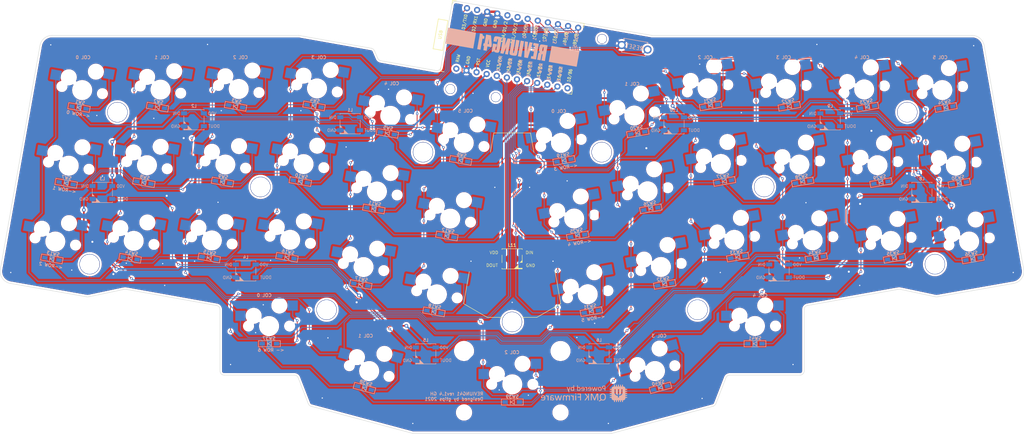
<source format=kicad_pcb>
(kicad_pcb (version 20211014) (generator pcbnew)
  (title_block (title "REVIUNG41") (date "2021-05-31") (rev "1.4"))
  (layers (0 "F.Cu" signal) (31 "B.Cu" signal) (34 "B.Paste" user) (35 "F.Paste" user) (36 "B.SilkS" user "B.Silkscreen") (37 "F.SilkS" user "F.Silkscreen") (38 "B.Mask" user) (39 "F.Mask" user) (44 "Edge.Cuts" user))
  (net 0 "")
  (net 1 "Net-(D1-Pad2)")
  (net 2 "row0")
  (net 3 "Net-(D2-Pad2)")
  (net 4 "Net-(D3-Pad2)")
  (net 5 "Net-(D4-Pad2)")
  (net 6 "Net-(D5-Pad2)")
  (net 7 "Net-(D6-Pad2)")
  (net 8 "row1")
  (net 9 "Net-(D7-Pad2)")
  (net 10 "Net-(D8-Pad2)")
  (net 11 "Net-(D9-Pad2)")
  (net 12 "Net-(D10-Pad2)")
  (net 13 "Net-(D11-Pad2)")
  (net 14 "Net-(D12-Pad2)")
  (net 15 "row2")
  (net 16 "Net-(D13-Pad2)")
  (net 17 "Net-(D14-Pad2)")
  (net 18 "Net-(D15-Pad2)")
  (net 19 "Net-(D16-Pad2)")
  (net 20 "Net-(D17-Pad2)")
  (net 21 "Net-(D18-Pad2)")
  (net 22 "row3")
  (net 23 "Net-(D19-Pad2)")
  (net 24 "Net-(D20-Pad2)")
  (net 25 "Net-(D21-Pad2)")
  (net 26 "Net-(D22-Pad2)")
  (net 27 "Net-(D23-Pad2)")
  (net 28 "Net-(D24-Pad2)")
  (net 29 "row4")
  (net 30 "Net-(D25-Pad2)")
  (net 31 "Net-(D26-Pad2)")
  (net 32 "Net-(D27-Pad2)")
  (net 33 "Net-(D28-Pad2)")
  (net 34 "Net-(D29-Pad2)")
  (net 35 "Net-(D30-Pad2)")
  (net 36 "row5")
  (net 37 "Net-(D31-Pad2)")
  (net 38 "Net-(D32-Pad2)")
  (net 39 "Net-(D33-Pad2)")
  (net 40 "Net-(D34-Pad2)")
  (net 41 "Net-(D35-Pad2)")
  (net 42 "Net-(D36-Pad2)")
  (net 43 "row6")
  (net 44 "Net-(D37-Pad2)")
  (net 45 "Net-(D38-Pad2)")
  (net 46 "Net-(D39-Pad2)")
  (net 47 "Net-(D40-Pad2)")
  (net 48 "Net-(D41-Pad2)")
  (net 49 "LED")
  (net 50 "VCC")
  (net 51 "GND")
  (net 52 "col0")
  (net 53 "col1")
  (net 54 "col2")
  (net 55 "col3")
  (net 56 "col4")
  (net 57 "col5")
  (net 58 "reset")
  (net 59 "Net-(L1-Pad2)")
  (net 60 "Net-(L2-Pad2)")
  (net 61 "Net-(L3-Pad2)")
  (net 62 "Net-(L4-Pad2)")
  (net 63 "Net-(L5-Pad2)")
  (net 64 "Net-(L6-Pad2)")
  (net 65 "Net-(L7-Pad2)")
  (net 66 "Net-(L8-Pad2)")
  (net 67 "Net-(L10-Pad4)")
  (net 68 "Net-(L10-Pad2)")
  (footprint "myfootprints:MXOnly-1U-Hotswap" (layer "F.Cu") (at 38.28 72.1 -10)
    (fp_text reference "SW1")
    (fp_text value "SW_PUSH")
  )
  (footprint "myfootprints:MXOnly-1U-Hotswap" (layer "F.Cu") (at 57.67 71.99 -10)
    (fp_text reference "SW2")
    (fp_text value "SW_PUSH")
  )
  (footprint "myfootprints:MXOnly-1U-Hotswap" (layer "F.Cu") (at 77.02 71.83 -10)
    (fp_text reference "SW3")
    (fp_text value "SW_PUSH")
  )
  (footprint "myfootprints:MXOnly-1U-Hotswap" (layer "F.Cu") (at 96.39 71.69 -10)
    (fp_text reference "SW4")
    (fp_text value "SW_PUSH")
  )
  (footprint "myfootprints:MXOnly-1U-Hotswap" (layer "F.Cu") (at 114.54 78.48 -10)
    (fp_text reference "SW5")
    (fp_text value "SW_PUSH")
  )
  (footprint "myfootprints:MXOnly-1U-Hotswap" (layer "F.Cu") (at 132.71 85.19 -10)
    (fp_text reference "SW6")
    (fp_text value "SW_PUSH")
  )
  (footprint "myfootprints:MXOnly-1U-Hotswap" (layer "F.Cu") (at 34.95 90.83 -10)
    (fp_text reference "SW7")
    (fp_text value "SW_PUSH")
  )
  (footprint "myfootprints:MXOnly-1U-Hotswap" (layer "F.Cu") (at 54.31 90.71 -10)
    (fp_text reference "SW8")
    (fp_text value "SW_PUSH")
  )
  (footprint "myfootprints:MXOnly-1U-Hotswap" (layer "F.Cu") (at 73.71 90.55 -10)
    (fp_text reference "SW9")
    (fp_text value "SW_PUSH")
  )
  (footprint "myfootprints:MXOnly-1U-Hotswap" (layer "F.Cu") (at 93.07 90.44 -10)
    (fp_text reference "SW10")
    (fp_text value "SW_PUSH")
  )
  (footprint "myfootprints:MXOnly-1U-Hotswap" (layer "F.Cu") (at 111.22 97.22 -10)
    (fp_text reference "SW11")
    (fp_text value "SW_PUSH")
  )
  (footprint "myfootprints:MXOnly-1U-Hotswap" (layer "F.Cu") (at 129.37 103.94 -10)
    (fp_text reference "SW12")
    (fp_text value "SW_PUSH")
  )
  (footprint "myfootprints:MXOnly-1U-Hotswap" (layer "F.Cu") (at 31.63 109.62 -10)
    (fp_text reference "SW13")
    (fp_text value "SW_PUSH")
  )
  (footprint "myfootprints:MXOnly-1U-Hotswap" (layer "F.Cu") (at 51.03 109.46 -10)
    (fp_text reference "SW14")
    (fp_text value "SW_PUSH")
  )
  (footprint "myfootprints:MXOnly-1U-Hotswap" (layer "F.Cu") (at 70.37 109.35 -10)
    (fp_text reference "SW15")
    (fp_text value "SW_PUSH")
  )
  (footprint "myfootprints:MXOnly-1U-Hotswap" (layer "F.Cu") (at 89.75462 109.198371 -10)
    (fp_text reference "SW16")
    (fp_text value "SW_PUSH")
  )
  (footprint "myfootprints:MXOnly-1U-Hotswap" (layer "F.Cu") (at 107.91 115.95 -10)
    (fp_text reference "SW17")
    (fp_text value "SW_PUSH")
  )
  (footprint "myfootprints:MXOnly-1U-Hotswap" (layer "F.Cu") (at 126.06 122.71 -10)
    (fp_text reference "SW18")
    (fp_text value "SW_PUSH")
  )
  (footprint "myfootprints:MXOnly-1U-Hotswap" (layer "F.Cu") (at 156.77 85.19 10)
    (fp_text reference "SW19")
    (fp_text value "SW_PUSH")
  )
  (footprint "myfootprints:MXOnly-1U-Hotswap" (layer "F.Cu") (at 174.92 78.41 10)
    (fp_text reference "SW20")
    (fp_text value "SW_PUSH")
  )
  (footprint "myfootprints:MXOnly-1U-Hotswap" (layer "F.Cu") (at 193.05 71.67 10)
    (fp_text reference "SW21")
    (fp_text value "SW_PUSH")
  )
  (footprint "myfootprints:MXOnly-1U-Hotswap" (layer "F.Cu") (at 212.44 71.81 10)
    (fp_text reference "SW22")
    (fp_text value "SW_PUSH")
  )
  (footprint "myfootprints:MXOnly-1U-Hotswap" (layer "F.Cu") (at 231.81 71.94 10)
    (fp_text reference "SW23")
    (fp_text value "SW_PUSH")
  )
  (footprint "myfootprints:MXOnly-1U-Hotswap" (layer "F.Cu") (at 251.15 72.1 10)
    (fp_text reference "SW24")
    (fp_text value "SW_PUSH")
  )
  (footprint "myfootprints:MXOnly-1U-Hotswap" (layer "F.Cu") (at 160.04 103.92 10)
    (fp_text reference "SW25")
    (fp_text value "SW_PUSH")
  )
  (footprint "myfootprints:MXOnly-1U-Hotswap" (layer "F.Cu") (at 178.21 97.18 10)
    (fp_text reference "SW26")
    (fp_text value "SW_PUSH")
  )
  (footprint "myfootprints:MXOnly-1U-Hotswap" (layer "F.Cu") (at 196.34 90.41 10)
    (fp_text reference "SW27")
    (fp_text value "SW_PUSH")
  )
  (footprint "myfootprints:MXOnly-1U-Hotswap" (layer "F.Cu") (at 215.77 90.55 10)
    (fp_text reference "SW28")
    (fp_text value "SW_PUSH")
  )
  (footprint "myfootprints:MXOnly-1U-Hotswap" (layer "F.Cu") (at 235.1 90.71 10)
    (fp_text reference "SW29")
    (fp_text value "SW_PUSH")
  )
  (footprint "myfootprints:MXOnly-1U-Hotswap" (layer "F.Cu") (at 254.49 90.83 10)
    (fp_text reference "SW30")
    (fp_text value "SW_PUSH")
  )
  (footprint "myfootprints:MXOnly-1U-Hotswap" (layer "F.Cu") (at 163.39 122.69 10)
    (fp_text reference "SW31")
    (fp_text value "SW_PUSH")
  )
  (footprint "myfootprints:MXOnly-1U-Hotswap" (layer "F.Cu") (at 181.52 115.93 10)
    (fp_text reference "SW32")
    (fp_text value "SW_PUSH")
  )
  (footprint "myfootprints:MXOnly-1U-Hotswap" (layer "F.Cu") (at 199.67 109.21 10)
    (fp_text reference "SW33")
    (fp_text value "SW_PUSH")
  )
  (footprint "myfootprints:MXOnly-1U-Hotswap" (layer "F.Cu") (at 219.06 109.32 10)
    (fp_text reference "SW34")
    (fp_text value "SW_PUSH")
  )
  (footprint "myfootprints:MXOnly-1U-Hotswap" (layer "F.Cu") (at 238.41 109.48 10)
    (fp_text reference "SW35")
    (fp_text value "SW_PUSH")
  )
  (footprint "myfootprints:MXOnly-1U-Hotswap" (layer "F.Cu") (at 257.78 109.62 10)
    (fp_text reference "SW36")
    (fp_text value "SW_PUSH")
  )
  (footprint "myfootprints:MXOnly-1U-Hotswap" (layer "F.Cu") (at 84.53 130.57)
    (fp_text reference "SW37")
    (fp_text value "SW_PUSH")
  )
  (footprint "myfootprints:MXOnly-1U-Hotswap" (layer "F.Cu") (at 109.302261 141.714882 -15)
    (fp_text reference "SW38")
    (fp_text value "SW_PUSH")
  )
  (footprint "myfootprints:MXOnly-2U-Hotswap-ReversedStabilizers" (layer "F.Cu") (at 144.72 145)
    (fp_text reference "SW39")
    (fp_text value "SW_2U_PUSH")
  )
  (footprint "myfootprints:MXOnly-1U-Hotswap" (layer "F.Cu") (at 180.03 141.71 15)
    (fp_text reference "SW40")
    (fp_text value "SW_PUSH")
  )
  (footprint "myfootprints:MXOnly-1U-Hotswap" (layer "F.Cu") (at 204.77 130.55)
    (fp_text reference "SW41")
    (fp_text value "SW_PUSH")
  )
  (footprint "_reviung-kbd:ProMicro" (layer "F.Cu") (at 146.45 61.82 80)
    (fp_text reference "U1" hide)
    (fp_text value "ProMicro" hide)
  )
  (footprint "_reviung-kbd:LED_WS2812B_PLCC4_5.0x5.0mm_P3.2mm" (layer "F.Cu") (at 144.67 113.92)
    (fp_text reference "L11")
    (fp_text value "WS2812B")
  )
  (footprint "myfootprints:HOLE" (layer "F.Cu") (at 47.01 77.59)
    (fp_text reference "H1")
    (fp_text value "H1")
  )
  (footprint "myfootprints:HOLE" (layer "F.Cu") (at 40.13 115.24)
    (fp_text reference "H2")
    (fp_text value "H2")
  )
  (footprint "myfootprints:HOLE" (layer "F.Cu") (at 82.4 96.1)
    (fp_text reference "H3")
    (fp_text value "H3")
  )
  (footprint "myfootprints:HOLE" (layer "F.Cu") (at 98.77 126.53)
    (fp_text reference "H4")
    (fp_text value "H4")
  )
  (footprint "myfootprints:HOLE" (layer "F.Cu") (at 144.66 129.53)
    (fp_text reference "H6")
    (fp_text value "H6")
  )
  (footprint "myfootprints:HOLE" (layer "F.Cu") (at 190.56 126.53)
    (fp_text reference "H8")
    (fp_text value "H8")
  )
  (footprint "myfootprints:HOLE" (layer "F.Cu") (at 207.05 96.09)
    (fp_text reference "H9")
    (fp_text value "H9")
  )
  (footprint "myfootprints:HOLE" (layer "F.Cu") (at 249.32 115.24)
    (fp_text reference "H10")
    (fp_text value "H10")
  )
  (footprint "myfootprints:HOLE" (layer "F.Cu") (at 242.47 77.58)
    (fp_text reference "H11")
    (fp_text value "H11")
  )
  (footprint "myfootprints:HOLE" (layer "F.Cu") (at 166.84 87.48)
    (fp_text reference "H7")
    (fp_text value "H7")
  )
  (footprint "myfootprints:HOLE" (layer "F.Cu") (at 122.62 87.48)
    (fp_text reference "H5")
    (fp_text value "H5")
  )
  (footprint "_reviung-kbd:HOLE_2.2mm" (layer "F.Cu") (at 166.93 59.42)
    (fp_text reference "H14")
    (fp_text value "H14")
  )
  (footprint "_reviung-kbd:HOLE_2.2mm" (layer "F.Cu") (at 140.63 73.86)
    (fp_text reference "H13")
    (fp_text value "H13")
  )
  (footprint "_reviung-kbd:HOLE_2.2mm" (layer "F.Cu") (at 129.39 71.86)
    (fp_text reference "H12")
    (fp_text value "H12")
  )
  (footprint "_reviung-kbd:D3_SMD_1side" (layer "B.Cu") (at 37.5 76.43 -10)
    (fp_text reference "D1" hide)
    (fp_text value "1N4148W" hide)
  )
  (footprint "_reviung-kbd:D3_SMD_1side" (layer "B.Cu") (at 56.92 76.32 -10)
    (fp_text reference "D2" hide)
    (fp_text value "1N4148W" hide)
  )
  (footprint "_reviung-kbd:D3_SMD_1side" (layer "B.Cu") (at 76.24 76.13 -10)
    (fp_text reference "D3" hide)
    (fp_text value "1N4148W" hide)
  )
  (footprint "_reviung-kbd:D3_SMD_1side" (layer "B.Cu") (at 95.65 76.03 -10)
    (fp_text reference "D4" hide)
    (fp_text value "1N4148W" hide)
  )
  (footprint "_reviung-kbd:D3_SMD_1side" (layer "B.Cu") (at 113.8 82.82 -10)
    (fp_text reference "D5" hide)
    (fp_text value "1N4148W" hide)
  )
  (footprint "_reviung-kbd:D3_SMD_1side" (layer "B.Cu") (at 131.94 89.52 -10)
    (fp_text reference "D6" hide)
    (fp_text value "1N4148W" hide)
  )
  (footprint "_reviung-kbd:D3_SMD_1side" (layer "B.Cu") (at 34.32 95.19 -10)
    (fp_text reference "D7" hide)
    (fp_text value "1N4148W" hide)
  )
  (footprint "_reviung-kbd:D3_SMD_1side" (layer "B.Cu") (at 53.55 95.04 -10)
    (fp_text reference "D8" hide)
    (fp_text value "1N4148W" hide)
  )
  (footprint "_reviung-kbd:D3_SMD_1side" (layer "B.Cu") (at 73.01 94.89 -10)
    (fp_text reference "D9" hide)
    (fp_text value "1N4148W" hide)
  )
  (footprint "_reviung-kbd:D3_SMD_1side" (layer "B.Cu") (at 92.27 94.77 -10)
    (fp_text reference "D10" hide)
    (fp_text value "1N4148W" hide)
  )
  (footprint "_reviung-kbd:D3_SMD_1side" (layer "B.Cu") (at 110.45 101.55 -10)
    (fp_text reference "D11" hide)
    (fp_text value "1N4148W" hide)
  )
  (footprint "_reviung-kbd:D3_SMD_1side" (layer "B.Cu") (at 128.53 108.25 -10)
    (fp_text reference "D12" hide)
    (fp_text value "1N4148W" hide)
  )
  (footprint "_reviung-kbd:D3_SMD_1side" (layer "B.Cu") (at 30.78 113.94 -10)
    (fp_text reference "D13" hide)
    (fp_text value "1N4148W" hide)
  )
  (footprint "_reviung-kbd:D3_SMD_1side" (layer "B.Cu") (at 50.14 113.77 -10)
    (fp_text reference "D14" hide)
    (fp_text value "1N4148W" hide)
  )
  (footprint "_reviung-kbd:D3_SMD_1side" (layer "B.Cu") (at 69.71 113.7 -10)
    (fp_text reference "D15" hide)
    (fp_text value "1N4148W" hide)
  )
  (footprint "_reviung-kbd:D3_SMD_1side" (layer "B.Cu") (at 88.96 113.53 -10)
    (fp_text reference "D16" hide)
    (fp_text value "1N4148W" hide)
  )
  (footprint "_reviung-kbd:D3_SMD_1side" (layer "B.Cu") (at 107.22 120.3 -10)
    (fp_text reference "D17" hide)
    (fp_text value "1N4148W" hide)
  )
  (footprint "_reviung-kbd:D3_SMD_1side" (layer "B.Cu") (at 125.33 127.04 -10)
    (fp_text reference "D18" hide)
    (fp_text value "1N4148W" hide)
  )
  (footprint "_reviung-kbd:D3_SMD_1side" (layer "B.Cu") (at 157.53 89.53 10)
    (fp_text reference "D19" hide)
    (fp_text value "1N4148W" hide)
  )
  (footprint "_reviung-kbd:D3_SMD_1side" (layer "B.Cu") (at 175.78 82.71 10)
    (fp_text reference "D20" hide)
    (fp_text value "1N4148W" hide)
  )
  (footprint "_reviung-kbd:D3_SMD_1side" (layer "B.Cu") (at 193.8 76.01 10)
    (fp_text reference "D21" hide)
    (fp_text value "1N4148W" hide)
  )
  (footprint "_reviung-kbd:D3_SMD_1side" (layer "B.Cu") (at 213.28 76.11 10)
    (fp_text reference "D22" hide)
    (fp_text value "1N4148W" hide)
  )
  (footprint "_reviung-kbd:D3_SMD_1side" (layer "B.Cu") (at 232.63 76.31 10)
    (fp_text reference "D23" hide)
    (fp_text value "1N4148W" hide)
  )
  (footprint "_reviung-kbd:D3_SMD_1side" (layer "B.Cu") (at 252.04 76.41 10)
    (fp_text reference "D24" hide)
    (fp_text value "1N4148W" hide)
  )
  (footprint "_reviung-kbd:D3_SMD_1side" (layer "B.Cu") (at 160.91 108.21 10)
    (fp_text reference "D25" hide)
    (fp_text value "1N4148W" hide)
  )
  (footprint "_reviung-kbd:D3_SMD_1side" (layer "B.Cu") (at 179 101.52 10)
    (fp_text reference "D26" hide)
    (fp_text value "1N4148W" hide)
  )
  (footprint "_reviung-kbd:D3_SMD_1side" (layer "B.Cu") (at 197.22 94.73 10)
    (fp_text reference "D27" hide)
    (fp_text value "1N4148W" hide)
  )
  (footprint "_reviung-kbd:D3_SMD_1side" (layer "B.Cu") (at 216.59 94.86 10)
    (fp_text reference "D28" hide)
    (fp_text value "1N4148W" hide)
  )
  (footprint "_reviung-kbd:D3_SMD_1side" (layer "B.Cu") (at 235.97 95.03 10)
    (fp_text reference "D29" hide)
    (fp_text value "1N4148W" hide)
  )
  (footprint "_reviung-kbd:D3_SMD_1side" (layer "B.Cu") (at 255.35 95.16 10)
    (fp_text reference "D30" hide)
    (fp_text value "1N4148W" hide)
  )
  (footprint "_reviung-kbd:D3_SMD_1side" (layer "B.Cu") (at 164.29 126.99 10)
    (fp_text reference "D31" hide)
    (fp_text value "1N4148W" hide)
  )
  (footprint "_reviung-kbd:D3_SMD_1side" (layer "B.Cu") (at 182.44 120.24 10)
    (fp_text reference "D32" hide)
    (fp_text value "1N4148W" hide)
  )
  (footprint "_reviung-kbd:D3_SMD_1side" (layer "B.Cu") (at 200.53 113.48 10)
    (fp_text reference "D33" hide)
    (fp_text value "1N4148W" hide)
  )
  (footprint "_reviung-kbd:D3_SMD_1side" (layer "B.Cu") (at 219.94 113.64 10)
    (fp_text reference "D34" hide)
    (fp_text value "1N4148W" hide)
  )
  (footprint "_reviung-kbd:D3_SMD_1side" (layer "B.Cu") (at 239.32 113.78 10)
    (fp_text reference "D35" hide)
    (fp_text value "1N4148W" hide)
  )
  (footprint "_reviung-kbd:D3_SMD_1side" (layer "B.Cu") (at 258.73 113.94 10)
    (fp_text reference "D36" hide)
    (fp_text value "1N4148W" hide)
  )
  (footprint "_reviung-kbd:D3_SMD_1side" (layer "B.Cu") (at 84.61 134.94)
    (fp_text reference "D37" hide)
    (fp_text value "1N4148W" hide)
  )
  (footprint "_reviung-kbd:D3_SMD_1side" (layer "B.Cu") (at 108.14 145.94 -15)
    (fp_text reference "D38" hide)
    (fp_text value "1N4148W" hide)
  )
  (footprint "_reviung-kbd:D3_SMD_1side" (layer "B.Cu") (at 144.73 149.39)
    (fp_text reference "D39" hide)
    (fp_text value "1N4148W" hide)
  )
  (footprint "_reviung-kbd:D3_SMD_1side" (layer "B.Cu") (at 181.39 145.86 15)
    (fp_text reference "D40" hide)
    (fp_text value "1N4148W" hide)
  )
  (footprint "_reviung-kbd:D3_SMD_1side" (layer "B.Cu") (at 204.78 134.95)
    (fp_text reference "D41" hide)
    (fp_text value "1N4148W" hide)
  )
  (footprint "_reviung-kbd:ResetSW_1side" (layer "B.Cu") (at 175 61.5 -10)
    (fp_text reference "RESET1" hide)
    (fp_text value "SW_PUSH" hide)
  )
  (footprint "_reviung-kbd:LED_WS2812B_PLCC4_5.0x5.0mm_P3.2mm" (layer "B.Cu") (at 104.59 80.44 180)
    (fp_text reference "L1")
    (fp_text value "WS2812B")
  )
  (footprint "_reviung-kbd:LED_WS2812B_PLCC4_5.0x5.0mm_P3.2mm" (layer "B.Cu") (at 65.94 79.45 180)
    (fp_text reference "L2")
    (fp_text value "WS2812B")
  )
  (footprint "_reviung-kbd:LED_WS2812B_PLCC4_5.0x5.0mm_P3.2mm" (layer "B.Cu") (at 43.27 97.47 180)
    (fp_text reference "L3")
    (fp_text value "WS2812B")
  )
  (footprint "_reviung-kbd:LED_WS2812B_PLCC4_5.0x5.0mm_P3.2mm" (layer "B.Cu") (at 78.76 116.91 180)
    (fp_text reference "L4")
    (fp_text value "WS2812B")
  )
  (footprint "_reviung-kbd:LED_WS2812B_PLCC4_5.0x5.0mm_P3.2mm" (layer "B.Cu") (at 123.31 137.46 180)
    (fp_text reference "L5")
    (fp_text value "WS2812B")
  )
  (footprint "_reviung-kbd:LED_WS2812B_PLCC4_5.0x5.0mm_P3.2mm" (layer "B.Cu") (at 166.19 137.44 180)
    (fp_text reference "L6")
    (fp_text value "WS2812B")
  )
  (footprint "_reviung-kbd:LED_WS2812B_PLCC4_5.0x5.0mm_P3.2mm" (layer "B.Cu") (at 210.74 116.91 180)
    (fp_text reference "L7")
    (fp_text value "WS2812B")
  )
  (footprint "_reviung-kbd:LED_WS2812B_PLCC4_5.0x5.0mm_P3.2mm" (layer "B.Cu") (at 246.09 97.46 180)
    (fp_text reference "L8")
    (fp_text value "WS2812B")
  )
  (footprint "_reviung-kbd:LED_WS2812B_PLCC4_5.0x5.0mm_P3.2mm" (layer "B.Cu") (at 223.4 79.47 180)
    (fp_text reference "L9")
    (fp_text value "WS2812B")
  )
  (footprint "_reviung-kbd:LED_WS2812B_PLCC4_5.0x5.0mm_P3.2mm" (layer "B.Cu") (at 184.74 80.47 180)
    (fp_text reference "L10")
    (fp_text value "WS2812B")
  )
  (footprint "_reviung-kbd:reviung41-bsilk-center-x4-ver1" (layer "B.Cu") (at 144.74 61.49 170)
    (fp_text reference "G***" hide)
    (fp_text value "LOGO" hide)
  )
  (footprint "_reviung-kbd:QMK-x4-ver1" (layer "B.Cu") (at 162.5 147.25 180)
    (fp_text reference "G***" hide)
    (fp_text value "LOGO" hide)
  )
  (gr_line (start 139.32 87.52) (end 140.14 82.72) (layer "F.SilkS") (width 0.12))
  (gr_line (start 140.14 82.72) (end 149.23 82.72) (layer "F.SilkS") (width 0.12))
  (gr_line (start 138.5 128.41) (end 142.27 128.41) (layer "F.SilkS") (width 0.12))
  (gr_line (start 134.07 117.1) (end 132.69 125.03) (layer "F.SilkS") (width 0.12))
  (gr_line (start 132.69 125.03) (end 138.5 128.41) (layer "F.SilkS") (width 0.12))
  (gr_line (start 156.7 125.03) (end 155.29 116.98) (layer "F.SilkS") (width 0.12))
  (gr_line (start 147.12 128.41) (end 150.8 128.41) (layer "F.SilkS") (width 0.12))
  (gr_line (start 149.23 82.72) (end 150.09 87.56) (layer "F.SilkS") (width 0.12))
  (gr_line (start 150.8 128.41) (end 156.7 125.03) (layer "F.SilkS") (width 0.12))
  (gr_curve (pts (xy 216.957833 126.45959) (xy 216.957833 125.975086) (xy 217.305159 125.560279) (xy 217.782125 125.475147)) (layer "Edge.Cuts") (width 0.1))
  (gr_curve (pts (xy 240.112996 121.489415) (xy 240.366866 121.444103) (xy 240.627103 121.448315) (xy 240.879373 121.501821)) (layer "Edge.Cuts") (width 0.1))
  (gr_curve (pts (xy 112.174798 64.830257) (xy 111.845019 64.771499) (xy 111.566563 64.551527) (xy 111.433061 64.244307)) (layer "Edge.Cuts") (width 0.1))
  (gr_curve (pts (xy 179.286705 58.566954) (xy 179.286705 58.566954) (xy 130.935242 50.110192) (xy 130.935242 50.110192)) (layer "Edge.Cuts") (width 0.1))
  (gr_curve (pts (xy 90.792187 142.72) (xy 91.204818 142.72) (xy 91.575079 142.973445) (xy 91.724407 143.358107)) (layer "Edge.Cuts") (width 0.1))
  (gr_curve (pts (xy 48.496357 121.503476) (xy 48.748257 121.450355) (xy 49.008043 121.446366) (xy 49.261455 121.491728)) (layer "Edge.Cuts") (width 0.1))
  (gr_curve (pts (xy 197.605375 143.358841) (xy 197.754504 142.973793) (xy 198.124961 142.72) (xy 198.537879 142.72)) (layer "Edge.Cuts") (width 0.1))
  (gr_curve (pts (xy 271.281741 116.514663) (xy 271.281741 116.514663) (xy 261.50045 61.045975) (xy 261.50045 61.045975)) (layer "Edge.Cuts") (width 0.1))
  (gr_curve (pts (xy 91.904428 58.566954) (xy 91.904428 58.566954) (xy 30.796944 58.56683) (xy 30.796944 58.56683)) (layer "Edge.Cuts") (width 0.1))
  (gr_curve (pts (xy 195.098354 149.8319) (xy 195.098354 149.8319) (xy 197.605375 143.358841) (xy 197.605375 143.358841)) (layer "Edge.Cuts") (width 0.1))
  (gr_curve (pts (xy 120.098069 157.167762) (xy 120.098069 157.167762) (xy 169.284731 157.167762) (xy 169.284731 157.167762)) (layer "Edge.Cuts") (width 0.1))
  (gr_curve (pts (xy 27.842775 61.044414) (xy 27.842775 61.044414) (xy 18.033669 116.513037) (xy 18.033669 116.513037)) (layer "Edge.Cuts") (width 0.1))
  (gr_curve (pts (xy 109.860547 61.748539) (xy 109.860547 61.748539) (xy 91.904428 58.566954) (xy 91.904428 58.566954)) (layer "Edge.Cuts") (width 0.1))
  (gr_curve (pts (xy 130.935242 50.110192) (xy 130.391325 50.014281) (xy 129.872647 50.377479) (xy 129.776764 50.921401)) (layer "Edge.Cuts") (width 0.1))
  (gr_curve (pts (xy 169.284731 157.167762) (xy 169.284731 157.167762) (xy 194.424486 150.436715) (xy 194.424486 150.436715)) (layer "Edge.Cuts") (width 0.1))
  (gr_curve (pts (xy 217.782125 125.475147) (xy 217.782125 125.475147) (xy 240.112996 121.489415) (xy 240.112996 121.489415)) (layer "Edge.Cuts") (width 0.1))
  (gr_curve (pts (xy 250.058442 123.300244) (xy 250.058442 123.300244) (xy 268.847815 119.990145) (xy 268.847815 119.990145)) (layer "Edge.Cuts") (width 0.1))
  (gr_curve (pts (xy 216.957833 141.72) (xy 216.957833 141.72) (xy 216.957833 126.45959) (xy 216.957833 126.45959)) (layer "Edge.Cuts") (width 0.1))
  (gr_curve (pts (xy 91.724407 143.358107) (xy 91.724407 143.358107) (xy 94.237706 149.832241) (xy 94.237706 149.832241)) (layer "Edge.Cuts") (width 0.1))
  (gr_curve (pts (xy 125.877264 67.271686) (xy 125.877264 67.271686) (xy 112.174798 64.830257) (xy 112.174798 64.830257)) (layer "Edge.Cuts") (width 0.1))
  (gr_curve (pts (xy 111.433061 64.244307) (xy 111.433061 64.244307) (xy 110.603226 62.334656) (xy 110.603226 62.334656)) (layer "Edge.Cuts") (width 0.1))
  (gr_curve (pts (xy 39.275884 123.300537) (xy 39.527505 123.344826) (xy 39.785282 123.340493) (xy 40.035273 123.287775)) (layer "Edge.Cuts") (width 0.1))
  (gr_curve (pts (xy 71.566204 125.484389) (xy 72.04294 125.569728) (xy 72.39 125.984429) (xy 72.39 126.468743)) (layer "Edge.Cuts") (width 0.1))
  (gr_curve (pts (xy 94.237706 149.832241) (xy 94.353149 150.129618) (xy 94.603544 150.354074) (xy 94.911727 150.436439)) (layer "Edge.Cuts") (width 0.1))
  (gr_curve (pts (xy 110.603226 62.334656) (xy 110.469589 62.027125) (xy 110.190716 61.807041) (xy 109.860547 61.748539)) (layer "Edge.Cuts") (width 0.1))
  (gr_curve (pts (xy 215.957833 142.72) (xy 216.510118 142.72) (xy 216.957833 142.272285) (xy 216.957833 141.72)) (layer "Edge.Cuts") (width 0.1))
  (gr_curve (pts (xy 127.037491 66.460793) (xy 126.941489 67.005399) (xy 126.421692 67.368689) (xy 125.877264 67.271686)) (layer "Edge.Cuts") (width 0.1))
  (gr_curve (pts (xy 72.39 141.72) (xy 72.39 142.272285) (xy 72.837715 142.72) (xy 73.39 142.72)) (layer "Edge.Cuts") (width 0.1))
  (gr_curve (pts (xy 240.879373 121.501821) (xy 240.879373 121.501821) (xy 249.296488 123.287053) (xy 249.296488 123.287053)) (layer "Edge.Cuts") (width 0.1))
  (gr_curve (pts (xy 72.39 126.468743) (xy 72.39 126.468743) (xy 72.39 141.72) (xy 72.39 141.72)) (layer "Edge.Cuts") (width 0.1))
  (gr_curve (pts (xy 258.546033 58.566954) (xy 258.546033 58.566954) (xy 179.286705 58.566954) (xy 179.286705 58.566954)) (layer "Edge.Cuts") (width 0.1))
  (gr_curve (pts (xy 73.39 142.72) (xy 73.39 142.72) (xy 90.792187 142.72) (xy 90.792187 142.72)) (layer "Edge.Cuts") (width 0.1))
  (gr_curve (pts (xy 249.296488 123.287053) (xy 249.54728 123.340245) (xy 249.80596 123.344723) (xy 250.058442 123.300244)) (layer "Edge.Cuts") (width 0.1))
  (gr_curve (pts (xy 268.847815 119.990145) (xy 270.479733 119.702652) (xy 271.569503 118.146533) (xy 271.281741 116.514663)) (layer "Edge.Cuts") (width 0.1))
  (gr_curve (pts (xy 261.50045 61.045975) (xy 261.247625 59.612229) (xy 260.001901 58.566954) (xy 258.546033 58.566954)) (layer "Edge.Cuts") (width 0.1))
  (gr_curve (pts (xy 194.424486 150.436715) (xy 194.732745 150.35418) (xy 194.983102 150.129478) (xy 195.098354 149.8319)) (layer "Edge.Cuts") (width 0.1))
  (gr_curve (pts (xy 129.776764 50.921401) (xy 129.776764 50.921401) (xy 127.037491 66.460793) (xy 127.037491 66.460793)) (layer "Edge.Cuts") (width 0.1))
  (gr_curve (pts (xy 20.467783 119.990034) (xy 20.467783 119.990034) (xy 39.275884 123.300537) (xy 39.275884 123.300537)) (layer "Edge.Cuts") (width 0.1))
  (gr_curve (pts (xy 30.796944 58.56683) (xy 29.341625 58.566827) (xy 28.096202 59.611331) (xy 27.842775 61.044414)) (layer "Edge.Cuts") (width 0.1))
  (gr_curve (pts (xy 18.033669 116.513037) (xy 17.744983 118.145501) (xy 18.835089 119.702656) (xy 20.467783 119.990034)) (layer "Edge.Cuts") (width 0.1))
  (gr_curve (pts (xy 49.261455 121.491728) (xy 49.261455 121.491728) (xy 71.566204 125.484389) (xy 71.566204 125.484389)) (layer "Edge.Cuts") (width 0.1))
  (gr_curve (pts (xy 40.035273 123.287775) (xy 40.035273 123.287775) (xy 48.496357 121.503476) (xy 48.496357 121.503476)) (layer "Edge.Cuts") (width 0.1))
  (gr_curve (pts (xy 198.537879 142.72) (xy 198.537879 142.72) (xy 215.957833 142.72) (xy 215.957833 142.72)) (layer "Edge.Cuts") (width 0.1))
  (gr_curve (pts (xy 94.911727 150.436439) (xy 94.911727 150.436439) (xy 120.098069 157.167762) (xy 120.098069 157.167762)) (layer "Edge.Cuts") (width 0.1))
  (gr_text "COL 5" (at 160.51 59.73 80) (layer "B.SilkS") (effects (font (size 0.8 0.8)) (justify mirror)))
  (gr_text "ROW 4" (at 151.6 67.36 80) (layer "B.SilkS") (effects (font (size 0.8 0.8)) (justify mirror)))
  (gr_text "ROW 0" (at 141.59 65.51 80) (layer "B.SilkS") (effects (font (size 0.8 0.8)) (justify mirror)))
  (gr_text "ROW 3" (at 149.08 66.89 80) (layer "B.SilkS") (effects (font (size 0.8 0.8)) (justify mirror)))
  (gr_text "ROW 1" (at 144.07 66.07 80) (layer "B.SilkS") (effects (font (size 0.8 0.8)) (justify mirror)))
  (gr_text "ROW 2" (at 146.6 66.45 80) (layer "B.SilkS") (effects (font (size 0.8 0.8)) (justify mirror)))
  (gr_text "ROW 5" (at 154.08 67.8 80) (layer "B.SilkS") (effects (font (size 0.8 0.8)) (justify mirror)))
  (gr_text "ROW 6" (at 156.51 68.15 80) (layer "B.SilkS") (effects (font (size 0.8 0.8)) (justify mirror)))
  (gr_text "<-ROW 0" (at 37.32 78.05 -10) (layer "B.SilkS") (effects (font (size 0.8 0.8)) (justify mirror)))
  (gr_text "<-ROW 3" (at 157.95 91.2 10) (layer "B.SilkS") (effects (font (size 0.8 0.8)) (justify mirror)))
  (gr_text "<-ROW 2" (at 30.52 115.58 -10) (layer "B.SilkS") (effects (font (size 0.8 0.8)) (justify mirror)))
  (gr_text "COL 4" (at 158.03 59.29 80) (layer "B.SilkS") (effects (font (size 0.8 0.8)) (justify mirror)))
  (gr_text "COL 1" (at 108.41 133) (layer "B.SilkS") (effects (font (size 0.8 0.8)) (justify mirror)))
  (gr_text "COL 3" (at 155.51 58.82 80) (layer "B.SilkS") (effects (font (size 0.8 0.8)) (justify mirror)))
  (gr_text "COL 0" (at 156.23 77.34) (layer "B.SilkS") (effects (font (size 0.8 0.8)) (justify mirror)))
  (gr_text "<-ROW 5" (at 164.73 128.65 10) (layer "B.SilkS") (effects (font (size 0.8 0.8)) (justify mirror)))
  (gr_text "<-ROW 1" (at 33.86 96.8 -10) (layer "B.SilkS") (effects (font (size 0.8 0.8)) (justify mirror)))
  (gr_text "COL 4" (at 231.26 64) (layer "B.SilkS") (effects (font (size 0.8 0.8)) (justify mirror)))
  (gr_text "<- ROW 6" (at 85 136.5) (layer "B.SilkS") (effects (font (size 0.8 0.8)) (justify mirror)))
  (gr_text "<-ROW 4" (at 161.36 109.91 10) (layer "B.SilkS") (effects (font (size 0.8 0.8)) (justify mirror)))
  (gr_text "COL 2" (at 144.64 137.09) (layer "B.SilkS") (effects (font (size 0.8 0.8)) (justify mirror)))
  (gr_text "COL 2" (at 153.03 58.38 80) (layer "B.SilkS") (effects (font (size 0.8 0.8)) (justify mirror)))
  (gr_text "REVIUNG41 rev1.4 GH\nDesigned by gtips 2021" (at 137.64 148) (layer "B.SilkS") (effects (font (size 0.8 0.8)) (justify left mirror)))
  (gr_text "COL 0" (at 148 57.5 80) (layer "B.SilkS") (effects (font (size 0.8 0.8)) (justify mirror)))
  (gr_text "COL 0" (at 83.33 122.94) (layer "B.SilkS") (effects (font (size 0.8 0.8)) (justify mirror)))
  (gr_text "COL 3" (at 96.84 64) (layer "B.SilkS") (effects (font (size 0.8 0.8)) (justify mirror)))
  (gr_text "COL 4" (at 114.88 70.47) (layer "B.SilkS") (effects (font (size 0.8 0.8)) (justify mirror)))
  (gr_text "COL 5" (at 133.13 77.25) (layer "B.SilkS") (effects (font (size 0.8 0.8)) (justify mirror)))
  (gr_text "COL 1" (at 174.36 70.58) (layer "B.SilkS") (effects (font (size 0.8 0.8)) (justify mirror)))
  (gr_text "COL 0" (at 38.5 64) (layer "B.SilkS") (effects (font (size 0.8 0.8)) (justify mirror)))
  (gr_text "COL 2" (at 192.49 64) (layer "B.SilkS") (effects (font (size 0.8 0.8)) (justify mirror)))
  (gr_text "COL 3" (at 181.05 133) (layer "B.SilkS") (effects (font (size 0.8 0.8)) (justify mirror)))
  (gr_text "COL 2" (at 77.45 64) (layer "B.SilkS") (effects (font (size 0.8 0.8)) (justify mirror)))
  (gr_text "COL 3" (at 211.87 64) (layer "B.SilkS") (effects (font (size 0.8 0.8)) (justify mirror)))
  (gr_text "COL 1" (at 150.5 58 80) (layer "B.SilkS") (effects (font (size 0.8 0.8)) (justify mirror)))
  (gr_text "COL 4" (at 206.05 122.96) (layer "B.SilkS") (effects (font (size 0.8 0.8)) (justify mirror)))
  (gr_text "COL 5" (at 250.59 64) (layer "B.SilkS") (effects (font (size 0.8 0.8)) (justify mirror)))
  (gr_text "COL 1" (at 58.01 64) (layer "B.SilkS") (effects (font (size 0.8 0.8)) (justify mirror)))
  (segment (start 44.91538 68.111629) (end 44.91538 74.28462) (width 0.2) (layer "B.Cu") (net 1))
  (segment (start 42.461774 76.738226) (end 39.248034 76.738226) (width 0.2) (layer "B.Cu") (net 1))
  (segment (start 44.91538 74.28462) (end 42.461774 76.738226) (width 0.2) (layer "B.Cu") (net 1))
  (segment (start 96.4 82) (end 96.4 82) (width 0.2) (layer "F.Cu") (net 2))
  (segment (start 96.4 78) (end 96.4 82) (width 0.2) (layer "F.Cu") (net 2))
  (via (at 96.4 82) (size 0.6) (drill 0.3) (layers "F.Cu" "B.Cu") (net 2))
  (via (at 96.4 78) (size 0.6) (drill 0.3) (layers "F.Cu" "B.Cu") (net 2))
  (segment (start 35.751966 76.121774) (end 35.751966 76.151966) (width 0.2) (layer "B.Cu") (net 2))
  (segment (start 35.751966 76.151966) (end 40.29999 80.69999) (width 0.2) (layer "B.Cu") (net 2))
  (segment (start 130.191966 89.211774) (end 131.689083 90.708891) (width 0.2) (layer "B.Cu") (net 2))
  (segment (start 50.48375 80.69999) (end 55.171966 76.011774) (width 0.2) (layer "B.Cu") (net 2))
  (segment (start 77.94998 78.24998) (end 86.64998 78.24998) (width 0.2) (layer "B.Cu") (net 2))
  (segment (start 110.26374 84.3) (end 112.051966 82.511774) (width 0.2) (layer "B.Cu") (net 2))
  (segment (start 126.888226 89.211774) (end 130.191966 89.211774) (width 0.2) (layer "B.Cu") (net 2))
  (segment (start 98.7 84.3) (end 110.26374 84.3) (width 0.2) (layer "B.Cu") (net 2))
  (segment (start 116.1 86.7) (end 120.5 91.1) (width 0.2) (layer "B.Cu") (net 2))
  (segment (start 140.876381 68.563195) (end 142.95 70.636814) (width 0.2) (layer "B.Cu") (net 2))
  (segment (start 40.29999 80.69999) (end 50.48375 80.69999) (width 0.2) (layer "B.Cu") (net 2))
  (segment (start 75.521774 75.821774) (end 77.94998 78.24998) (width 0.2) (layer "B.Cu") (net 2))
  (segment (start 112.051966 82.511774) (end 113.411774 82.511774) (width 0.2) (layer "B.Cu") (net 2))
  (segment (start 89.178186 75.721774) (end 86.64998 78.24998) (width 0.2) (layer "B.Cu") (net 2))
  (segment (start 61.153987 77.508891) (end 62.841104 75.821774) (width 0.2) (layer "B.Cu") (net 2))
  (segment (start 142.95 70.636814) (end 142.95 88.85) (width 0.2) (layer "B.Cu") (net 2))
  (segment (start 131.689083 90.708891) (end 141.091109 90.708891) (width 0.2) (layer "B.Cu") (net 2))
  (segment (start 74.491966 75.821774) (end 75.521774 75.821774) (width 0.2) (layer "B.Cu") (net 2))
  (segment (start 62.841104 75.821774) (end 74.491966 75.821774) (width 0.2) (layer "B.Cu") (net 2))
  (segment (start 57.808891 77.508891) (end 61.153987 77.508891) (width 0.2) (layer "B.Cu") (net 2))
  (segment (start 113.411774 82.511774) (end 116.1 85.2) (width 0.2) (layer "B.Cu") (net 2))
  (segment (start 93.901966 75.721774) (end 89.178186 75.721774) (width 0.2) (layer "B.Cu") (net 2))
  (segment (start 141.091109 90.708891) (end 142.95 88.85) (width 0.2) (layer "B.Cu") (net 2))
  (segment (start 55.171966 76.011774) (end 56.311774 76.011774) (width 0.2) (layer "B.Cu") (net 2))
  (segment (start 96.4 82) (end 98.7 84.3) (width 0.2) (layer "B.Cu") (net 2))
  (segment (start 125 91.1) (end 126.888226 89.211774) (width 0.2) (layer "B.Cu") (net 2))
  (segment (start 93.901966 75.721774) (end 94.121774 75.721774) (width 0.2) (layer "B.Cu") (net 2))
  (segment (start 116.1 85.2) (end 116.1 86.7) (width 0.2) (layer "B.Cu") (net 2))
  (segment (start 56.311774 76.011774) (end 57.808891 77.508891) (width 0.2) (layer "B.Cu") (net 2))
  (segment (start 94.121774 75.721774) (end 96.4 78) (width 0.2) (layer "B.Cu") (net 2))
  (segment (start 120.5 91.1) (end 125 91.1) (width 0.2) (layer "B.Cu") (net 2))
  (segment (start 60.49626 74.8) (end 60.49626 71.810749) (width 0.2) (layer "B.Cu") (net 3))
  (segment (start 58.668034 76.628226) (end 60.49626 74.8) (width 0.2) (layer "B.Cu") (net 3))
  (segment (start 60.49626 71.810749) (end 64.30538 68.001629) (width 0.2) (layer "B.Cu") (net 3))
  (segment (start 83.65538 67.841629) (end 83.65538 74.14462) (width 0.2) (layer "B.Cu") (net 4))
  (segment (start 83.65538 74.14462) (end 81.361774 76.438226) (width 0.2) (layer "B.Cu") (net 4))
  (segment (start 81.361774 76.438226) (end 77.988034 76.438226) (width 0.2) (layer "B.Cu") (net 4))
  (segment (start 103.02538 74.07462) (end 100.761774 76.338226) (width 0.2) (layer "B.Cu") (net 5))
  (segment (start 103.02538 67.701629) (end 103.02538 74.07462) (width 0.2) (layer "B.Cu") (net 5))
  (segment (start 100.761774 76.338226) (end 97.398034 76.338226) (width 0.2) (layer "B.Cu") (net 5))
  (segment (start 119.5 83.1) (end 119.5 83.1) (width 0.2) (layer "F.Cu") (net 6))
  (segment (start 121.17538 77.97538) (end 121.17538 81.42462) (width 0.2) (layer "F.Cu") (net 6))
  (segment (start 121.17538 81.42462) (end 119.5 83.1) (width 0.2) (layer "F.Cu") (net 6))
  (via (at 119.5 83.1) (size 0.6) (drill 0.3) (layers "F.Cu" "B.Cu") (net 6))
  (via (at 121.17538 77.97538) (size 0.6) (drill 0.3) (layers "F.Cu" "B.Cu") (net 6))
  (segment (start 121.17538 77.97538) (end 121.17538 77.97538) (width 0.2) (layer "B.Cu") (net 6))
  (segment (start 119.5 83.1) (end 115.57626 83.1) (width 0.2) (layer "B.Cu") (net 6))
  (segment (start 121.17538 74.491629) (end 121.17538 77.97538) (width 0.2) (layer "B.Cu") (net 6))
  (segment (start 115.57626 83.1) (end 115.548034 83.128226) (width 0.2) (layer "B.Cu") (net 6))
  (segment (start 136.471774 89.828226) (end 133.688034 89.828226) (width 0.2) (layer "B.Cu") (net 7))
  (segment (start 139.34538 86.95462) (end 136.471774 89.828226) (width 0.2) (layer "B.Cu") (net 7))
  (segment (start 139.34538 81.201629) (end 139.34538 86.95462) (width 0.2) (layer "B.Cu") (net 7))
  (segment (start 71.261966 94.581774) (end 72.759083 96.078891) (width 0.2) (layer "B.Cu") (net 8))
  (segment (start 80.745388 92.72031) (end 88.780502 92.72031) (width 0.2) (layer "B.Cu") (net 8))
  (segment (start 32.571966 94.881774) (end 34.069083 96.378891) (width 0.2) (layer "B.Cu") (net 8))
  (segment (start 115.441774 107.941774) (end 126.781966 107.941774) (width 0.2) (layer "B.Cu") (net 8))
  (segment (start 77.386807 96.078891) (end 80.745388 92.72031) (width 0.2) (layer "B.Cu") (net 8))
  (segment (start 42.734319 91.931379) (end 47.468621 91.931379) (width 0.2) (layer "B.Cu") (net 8))
  (segment (start 140.161109 109.438891) (end 128.279083 109.438891) (width 0.2) (layer "B.Cu") (net 8))
  (segment (start 62.783107 96.228891) (end 64.430224 94.581774) (width 0.2) (layer "B.Cu") (net 8))
  (segment (start 72.759083 96.078891) (end 77.386807 96.078891) (width 0.2) (layer "B.Cu") (net 8))
  (segment (start 108.701966 101.241774) (end 108.741774 101.241774) (width 0.2) (layer "B.Cu") (net 8))
  (segment (start 143.377792 69.004262) (end 143.377792 106.222208) (width 0.2) (layer "B.Cu") (net 8))
  (segment (start 47.468621 91.931379) (end 48.065469 91.931379) (width 0.2) (layer "B.Cu") (net 8))
  (segment (start 38.286808 96.378891) (end 39.001784 95.663914) (width 0.2) (layer "B.Cu") (net 8))
  (segment (start 34.069083 96.378891) (end 38.286808 96.378891) (width 0.2) (layer "B.Cu") (net 8))
  (segment (start 128.279083 109.438891) (end 126.781966 107.941774) (width 0.2) (layer "B.Cu") (net 8))
  (segment (start 50.865863 94.731774) (end 48.065468 91.931379) (width 0.2) (layer "B.Cu") (net 8))
  (segment (start 53.299083 96.228891) (end 62.783107 96.228891) (width 0.2) (layer "B.Cu") (net 8))
  (segment (start 64.430224 94.581774) (end 71.261966 94.581774) (width 0.2) (layer "B.Cu") (net 8))
  (segment (start 48.065468 91.931379) (end 47.468621 91.931379) (width 0.2) (layer "B.Cu") (net 8))
  (segment (start 88.780502 92.72031) (end 90.521966 94.461774) (width 0.2) (layer "B.Cu") (net 8))
  (segment (start 51.801966 94.731774) (end 50.865863 94.731774) (width 0.2) (layer "B.Cu") (net 8))
  (segment (start 39.001784 95.663914) (end 42.734319 91.931379) (width 0.2) (layer "B.Cu") (net 8))
  (segment (start 143.377792 106.222208) (end 140.161109 109.438891) (width 0.2) (layer "B.Cu") (net 8))
  (segment (start 90.521966 94.461774) (end 97.301966 101.241774) (width 0.2) (layer "B.Cu") (net 8))
  (segment (start 51.801966 94.731774) (end 53.299083 96.228891) (width 0.2) (layer "B.Cu") (net 8))
  (segment (start 108.741774 101.241774) (end 115.441774 107.941774) (width 0.2) (layer "B.Cu") (net 8))
  (segment (start 97.301966 101.241774) (end 108.701966 101.241774) (width 0.2) (layer "B.Cu") (net 8))
  (segment (start 38.601774 95.498226) (end 36.068034 95.498226) (width 0.2) (layer "B.Cu") (net 9))
  (segment (start 41.58538 86.841629) (end 41.58538 92.51462) (width 0.2) (layer "B.Cu") (net 9))
  (segment (start 41.58538 92.51462) (end 38.601774 95.498226) (width 0.2) (layer "B.Cu") (net 9))
  (segment (start 60.94538 86.721629) (end 60.94538 92.95462) (width 0.2) (layer "B.Cu") (net 10))
  (segment (start 60.94538 92.95462) (end 58.551774 95.348226) (width 0.2) (layer "B.Cu") (net 10))
  (segment (start 58.551774 95.348226) (end 55.298034 95.348226) (width 0.2) (layer "B.Cu") (net 10))
  (segment (start 80.34538 86.561629) (end 80.34538 92.55462) (width 0.2) (layer "B.Cu") (net 11))
  (segment (start 80.34538 92.55462) (end 77.701774 95.198226) (width 0.2) (layer "B.Cu") (net 11))
  (segment (start 77.701774 95.198226) (end 74.758034 95.198226) (width 0.2) (layer "B.Cu") (net 11))
  (segment (start 99.70538 92.59462) (end 97.221774 95.078226) (width 0.2) (layer "B.Cu") (net 12))
  (segment (start 97.221774 95.078226) (end 94.018034 95.078226) (width 0.2) (layer "B.Cu") (net 12))
  (segment (start 99.70538 86.451629) (end 99.70538 92.59462) (width 0.2) (layer "B.Cu") (net 12))
  (segment (start 117.85538 93.231629) (end 117.85538 99.84462) (width 0.2) (layer "B.Cu") (net 13))
  (segment (start 115.841774 101.858226) (end 112.198034 101.858226) (width 0.2) (layer "B.Cu") (net 13))
  (segment (start 117.85538 99.84462) (end 115.841774 101.858226) (width 0.2) (layer "B.Cu") (net 13))
  (segment (start 136.00538 105.49462) (end 132.941774 108.558226) (width 0.2) (layer "B.Cu") (net 14))
  (segment (start 136.00538 99.951629) (end 136.00538 105.49462) (width 0.2) (layer "B.Cu") (net 14))
  (segment (start 132.941774 108.558226) (end 130.278034 108.558226) (width 0.2) (layer "B.Cu") (net 14))
  (segment (start 69.4 113.451993) (end 68.022185 113.451993) (width 0.2) (layer "B.Cu") (net 15))
  (segment (start 106.849781 119.991774) (end 105.471966 119.991774) (width 0.2) (layer "B.Cu") (net 15))
  (segment (start 90.086899 114.718891) (end 88.589781 113.221774) (width 0.2) (layer "B.Cu") (net 15))
  (segment (start 113.589781 126.731774) (end 106.849781 119.991774) (width 0.2) (layer "B.Cu") (net 15))
  (segment (start 29.031966 113.631966) (end 34.5 119.1) (width 0.2) (layer "B.Cu") (net 15))
  (segment (start 29.031966 113.631774) (end 29.031966 113.631966) (width 0.2) (layer "B.Cu") (net 15))
  (segment (start 73.876807 114.888891) (end 70.836898 114.888891) (width 0.2) (layer "B.Cu") (net 15))
  (segment (start 105.471966 119.991774) (end 105.391774 119.991774) (width 0.2) (layer "B.Cu") (net 15))
  (segment (start 57.308226 113.391774) (end 55.741109 114.958891) (width 0.2) (layer "B.Cu") (net 15))
  (segment (start 51.266898 114.958891) (end 49.9 113.591993) (width 0.2) (layer "B.Cu") (net 15))
  (segment (start 138.671109 128.228891) (end 125.079083 128.228891) (width 0.2) (layer "B.Cu") (net 15))
  (segment (start 105.391774 119.991774) (end 100.118891 114.718891) (width 0.2) (layer "B.Cu") (net 15))
  (segment (start 48.522185 113.591993) (end 48.391966 113.461774) (width 0.2) (layer "B.Cu") (net 15))
  (segment (start 75.543924 113.221774) (end 73.876807 114.888891) (width 0.2) (layer "B.Cu") (net 15))
  (segment (start 70.836898 114.888891) (end 69.4 113.451993) (width 0.2) (layer "B.Cu") (net 15))
  (segment (start 34.5 119.1) (end 42.75374 119.1) (width 0.2) (layer "B.Cu") (net 15))
  (segment (start 68.022185 113.451993) (end 67.961966 113.391774) (width 0.2) (layer "B.Cu") (net 15))
  (segment (start 87.211966 113.221774) (end 75.543924 113.221774) (width 0.2) (layer "B.Cu") (net 15))
  (segment (start 88.589781 113.221774) (end 87.211966 113.221774) (width 0.2) (layer "B.Cu") (net 15))
  (segment (start 143.777802 123.122198) (end 138.671109 128.228891) (width 0.2) (layer "B.Cu") (net 15))
  (segment (start 55.741109 114.958891) (end 51.266898 114.958891) (width 0.2) (layer "B.Cu") (net 15))
  (segment (start 49.9 113.591993) (end 48.522185 113.591993) (width 0.2) (layer "B.Cu") (net 15))
  (segment (start 125.079083 128.228891) (end 123.581966 126.731774) (width 0.2) (layer "B.Cu") (net 15))
  (segment (start 42.75374 119.1) (end 48.391966 113.461774) (width 0.2) (layer "B.Cu") (net 15))
  (segment (start 100.118891 114.718891) (end 90.086899 114.718891) (width 0.2) (layer "B.Cu") (net 15))
  (segment (start 143.777802 73.190802) (end 143.777802 123.122198) (width 0.2) (layer "B.Cu") (net 15))
  (segment (start 145.879204 69.445328) (end 145.879204 71.0894) (width 0.2) (layer "B.Cu") (net 15))
  (segment (start 123.581966 126.731774) (end 113.589781 126.731774) (width 0.2) (layer "B.Cu") (net 15))
  (segment (start 67.961966 113.391774) (end 57.308226 113.391774) (width 0.2) (layer "B.Cu") (net 15))
  (segment (start 145.879204 71.0894) (end 143.777802 73.190802) (width 0.2) (layer "B.Cu") (net 15))
  (segment (start 35.751774 114.248226) (end 32.528034 114.248226) (width 0.2) (layer "B.Cu") (net 16))
  (segment (start 38.26538 105.631629) (end 38.26538 111.73462) (width 0.2) (layer "B.Cu") (net 16))
  (segment (start 38.26538 111.73462) (end 35.751774 114.248226) (width 0.2) (layer "B.Cu") (net 16))
  (segment (start 57.66538 105.471629) (end 57.66538 112.33462) (width 0.2) (layer "B.Cu") (net 17))
  (segment (start 55.921774 114.078226) (end 51.888034 114.078226) (width 0.2) (layer "B.Cu") (net 17))
  (segment (start 57.66538 112.33462) (end 55.921774 114.078226) (width 0.2) (layer "B.Cu") (net 17))
  (segment (start 74.191774 114.008226) (end 71.458034 114.008226) (width 0.2) (layer "B.Cu") (net 18))
  (segment (start 77.00538 105.361629) (end 77.00538 111.19462) (width 0.2) (layer "B.Cu") (net 18))
  (segment (start 77.00538 111.19462) (end 74.191774 114.008226) (width 0.2) (layer "B.Cu") (net 18))
  (segment (start 93.661774 113.838226) (end 90.708034 113.838226) (width 0.2) (layer "B.Cu") (net 19))
  (segment (start 96.39 111.11) (end 93.661774 113.838226) (width 0.2) (layer "B.Cu") (net 19))
  (segment (start 96.39 105.21) (end 96.39 111.11) (width 0.2) (layer "B.Cu") (net 19))
  (segment (start 114.54538 118.35462) (end 112.291774 120.608226) (width 0.2) (layer "B.Cu") (net 20))
  (segment (start 114.54538 111.961629) (end 114.54538 118.35462) (width 0.2) (layer "B.Cu") (net 20))
  (segment (start 112.291774 120.608226) (end 108.968034 120.608226) (width 0.2) (layer "B.Cu") (net 20))
  (segment (start 132.69538 124.70462) (end 130.051774 127.348226) (width 0.2) (layer "B.Cu") (net 21))
  (segment (start 132.69538 118.721629) (end 132.69538 124.70462) (width 0.2) (layer "B.Cu") (net 21))
  (segment (start 130.051774 127.348226) (end 127.078034 127.348226) (width 0.2) (layer "B.Cu") (net 21))
  (segment (start 231.63373 77.36999) (end 235.24421 77.36999) (width 0.2) (layer "B.Cu") (net 22))
  (segment (start 249.281774 76.718226) (end 250.291966 76.718226) (width 0.2) (layer "B.Cu") (net 22))
  (segment (start 144.2 73.334302) (end 144.2 88.7) (width 0.2) (layer "B.Cu") (net 22))
  (segment (start 147.371896 70.895115) (end 146.639187 70.895115) (width 0.2) (layer "B.Cu") (net 22))
  (segment (start 235.24421 77.36999) (end 239.5742 81.69998) (width 0.2) (layer "B.Cu") (net 22))
  (segment (start 155.74374 89.8) (end 155.781966 89.838226) (width 0.2) (layer "B.Cu") (net 22))
  (segment (start 157.64374 91.7) (end 168.3 91.7) (width 0.2) (layer "B.Cu") (net 22))
  (segment (start 213.461718 76.418226) (end 213.871746 76.828254) (width 0.2) (layer "B.Cu") (net 22))
  (segment (start 211.221938 76.728254) (end 211.531966 76.418226) (width 0.2) (layer "B.Cu") (net 22))
  (segment (start 172.6 87.4) (end 172.6 84.450192) (width 0.2) (layer "B.Cu") (net 22))
  (segment (start 213.871746 76.828254) (end 216.271746 76.828254) (width 0.2) (layer "B.Cu") (net 22))
  (segment (start 211.531966 76.418226) (end 213.461718 76.418226) (width 0.2) (layer "B.Cu") (net 22))
  (segment (start 230.881966 76.618226) (end 231.63373 77.36999) (width 0.2) (layer "B.Cu") (net 22))
  (segment (start 239.5742 81.69998) (end 244.30002 81.69998) (width 0.2) (layer "B.Cu") (net 22))
  (segment (start 148.380616 69.886395) (end 147.371896 70.895115) (width 0.2) (layer "B.Cu") (net 22))
  (segment (start 144.2 88.7) (end 145.3 89.8) (width 0.2) (layer "B.Cu") (net 22))
  (segment (start 174.691993 83.018226) (end 177.8 79.910219) (width 0.2) (layer "B.Cu") (net 22))
  (segment (start 244.30002 81.69998) (end 249.281774 76.718226) (width 0.2) (layer "B.Cu") (net 22))
  (segment (start 229.96374 75.7) (end 230.881966 76.618226) (width 0.2) (layer "B.Cu") (net 22))
  (segment (start 218.4 74.7) (end 224.6 74.7) (width 0.2) (layer "B.Cu") (net 22))
  (segment (start 146.639187 70.895115) (end 144.2 73.334302) (width 0.2) (layer "B.Cu") (net 22))
  (segment (start 216.271746 76.828254) (end 218.4 74.7) (width 0.2) (layer "B.Cu") (net 22))
  (segment (start 155.781966 89.838226) (end 157.64374 91.7) (width 0.2) (layer "B.Cu") (net 22))
  (segment (start 174.031966 83.018226) (end 174.691993 83.018226) (width 0.2) (layer "B.Cu") (net 22))
  (segment (start 224.6 74.7) (end 225.6 75.7) (width 0.2) (layer "B.Cu") (net 22))
  (segment (start 172.6 84.450192) (end 174.031966 83.018226) (width 0.2) (layer "B.Cu") (net 22))
  (segment (start 179.899999 75.000001) (end 189.399999 75.000001) (width 0.2) (layer "B.Cu") (net 22))
  (segment (start 225.6 75.7) (end 229.96374 75.7) (width 0.2) (layer "B.Cu") (net 22))
  (segment (start 177.8 79.910219) (end 177.8 77.1) (width 0.2) (layer "B.Cu") (net 22))
  (segment (start 190.718224 76.318226) (end 192.051966 76.318226) (width 0.2) (layer "B.Cu") (net 22))
  (segment (start 189.399999 75.000001) (end 190.718224 76.318226) (width 0.2) (layer "B.Cu") (net 22))
  (segment (start 192.461994 76.728254) (end 211.221938 76.728254) (width 0.2) (layer "B.Cu") (net 22))
  (segment (start 145.3 89.8) (end 155.74374 89.8) (width 0.2) (layer "B.Cu") (net 22))
  (segment (start 192.051966 76.318226) (end 192.461994 76.728254) (width 0.2) (layer "B.Cu") (net 22))
  (segment (start 168.3 91.7) (end 172.6 87.4) (width 0.2) (layer "B.Cu") (net 22))
  (segment (start 177.8 77.1) (end 179.899999 75.000001) (width 0.2) (layer "B.Cu") (net 22))
  (segment (start 160.597822 80.216016) (end 160.597822 87.901986) (width 0.2) (layer "B.Cu") (net 23))
  (segment (start 160.597822 87.901986) (end 159.278034 89.221774) (width 0.2) (layer "B.Cu") (net 23))
  (segment (start 161.641114 79.172724) (end 160.597822 80.216016) (width 0.2) (layer "B.Cu") (net 23))
  (segment (start 182.9 74.4) (end 182.9 74.4) (width 0.2) (layer "F.Cu") (net 24))
  (segment (start 182.9 77) (end 182.9 74.4) (width 0.2) (layer "F.Cu") (net 24))
  (segment (start 179.3 80.6) (end 182.9 77) (width 0.2) (layer "F.Cu") (net 24))
  (via (at 179.3 80.6) (size 0.6) (drill 0.3) (layers "F.Cu" "B.Cu") (net 24))
  (via (at 182.9 74.4) (size 0.6) (drill 0.3) (layers "F.Cu" "B.Cu") (net 24))
  (segment (start 179.3 80.6) (end 179.3 80.6) (width 0.2) (layer "B.Cu") (net 24))
  (segment (start 180.892724 72.392724) (end 182.9 74.4) (width 0.2) (layer "B.Cu") (net 24))
  (segment (start 179.791114 72.392724) (end 180.892724 72.392724) (width 0.2) (layer "B.Cu") (net 24))
  (segment (start 177.528034 82.401774) (end 177.528034 82.371966) (width 0.2) (layer "B.Cu") (net 24))
  (segment (start 179.791114 72.392724) (end 178.747822 73.436016) (width 0.2) (layer "B.Cu") (net 24))
  (segment (start 177.528034 82.371966) (end 179.3 80.6) (width 0.2) (layer "B.Cu") (net 24))
  (segment (start 196.877822 74.371986) (end 195.548034 75.701774) (width 0.2) (layer "B.Cu") (net 25))
  (segment (start 197.921114 65.652724) (end 196.877822 66.696016) (width 0.2) (layer "B.Cu") (net 25))
  (segment (start 196.877822 66.696016) (end 196.877822 74.371986) (width 0.2) (layer "B.Cu") (net 25))
  (segment (start 216.267822 74.561986) (end 215.028034 75.801774) (width 0.2) (layer "B.Cu") (net 26))
  (segment (start 216.267822 66.836016) (end 216.267822 74.561986) (width 0.2) (layer "B.Cu") (net 26))
  (segment (start 217.311114 65.792724) (end 216.267822 66.836016) (width 0.2) (layer "B.Cu") (net 26))
  (segment (start 235.637822 74.741986) (end 234.378034 76.001774) (width 0.2) (layer "B.Cu") (net 27))
  (segment (start 235.637822 66.966016) (end 235.637822 74.741986) (width 0.2) (layer "B.Cu") (net 27))
  (segment (start 236.681114 65.922724) (end 235.637822 66.966016) (width 0.2) (layer "B.Cu") (net 27))
  (segment (start 256.021114 66.082724) (end 254.977822 67.126016) (width 0.2) (layer "B.Cu") (net 28))
  (segment (start 254.977822 74.911986) (end 253.788034 76.101774) (width 0.2) (layer "B.Cu") (net 28))
  (segment (start 254.977822 67.126016) (end 254.977822 74.911986) (width 0.2) (layer "B.Cu") (net 28))
  (segment (start 145 105.7) (end 145 88.4) (width 0.2) (layer "F.Cu") (net 29))
  (via (at 145 105.7) (size 0.6) (drill 0.3) (layers "F.Cu" "B.Cu") (net 29))
  (via (at 145 88.4) (size 0.6) (drill 0.3) (layers "F.Cu" "B.Cu") (net 29))
  (segment (start 145 105.7) (end 145 105.7) (width 0.2) (layer "B.Cu") (net 29))
  (segment (start 181.223355 102.238254) (end 188.4 95.061609) (width 0.2) (layer "B.Cu") (net 29))
  (segment (start 238.33917 95.602439) (end 242.172739 91.76887) (width 0.2) (layer "B.Cu") (net 29))
  (segment (start 150.882027 70.327461) (end 149.914363 71.295125) (width 0.2) (layer "B.Cu") (net 29))
  (segment (start 214.131774 95.168226) (end 209.4 99.9) (width 0.2) (layer "B.Cu") (net 29))
  (segment (start 250.616266 95.468226) (end 253.601966 95.468226) (width 0.2) (layer "B.Cu") (net 29))
  (segment (start 197.038226 95.038226) (end 195.471966 95.038226) (width 0.2) (layer "B.Cu") (net 29))
  (segment (start 144.60001 87.50001) (end 144.60001 88.00001) (width 0.2) (layer "B.Cu") (net 29))
  (segment (start 177.661994 102.238254) (end 181.223355 102.238254) (width 0.2) (layer "B.Cu") (net 29))
  (segment (start 177.251966 101.828226) (end 177.661994 102.238254) (width 0.2) (layer "B.Cu") (net 29))
  (segment (start 201.9 99.9) (end 197.038226 95.038226) (width 0.2) (layer "B.Cu") (net 29))
  (segment (start 146.804875 71.295125) (end 144.60001 73.49999) (width 0.2) (layer "B.Cu") (net 29))
  (segment (start 242.172739 91.76887) (end 246.91691 91.76887) (width 0.2) (layer "B.Cu") (net 29))
  (segment (start 209.4 99.9) (end 201.9 99.9) (width 0.2) (layer "B.Cu") (net 29))
  (segment (start 195.448583 95.061609) (end 195.471966 95.038226) (width 0.2) (layer "B.Cu") (net 29))
  (segment (start 234.221966 95.338226) (end 234.486179 95.602439) (width 0.2) (layer "B.Cu") (net 29))
  (segment (start 214.841966 95.168226) (end 215.251994 95.578254) (width 0.2) (layer "B.Cu") (net 29))
  (segment (start 159.571994 108.928254) (end 170.151938 108.928254) (width 0.2) (layer "B.Cu") (net 29))
  (segment (start 144.60001 88.00001) (end 145 88.4) (width 0.2) (layer "B.Cu") (net 29))
  (segment (start 188.4 95.061609) (end 195.448583 95.061609) (width 0.2) (layer "B.Cu") (net 29))
  (segment (start 214.841966 95.168226) (end 214.131774 95.168226) (width 0.2) (layer "B.Cu") (net 29))
  (segment (start 234.486179 95.602439) (end 238.33917 95.602439) (width 0.2) (layer "B.Cu") (net 29))
  (segment (start 149.914363 71.295125) (end 146.804875 71.295125) (width 0.2) (layer "B.Cu") (net 29))
  (segment (start 147.818226 108.518226) (end 145 105.7) (width 0.2) (layer "B.Cu") (net 29))
  (segment (start 233.981938 95.578254) (end 234.221966 95.338226) (width 0.2) (layer "B.Cu") (net 29))
  (segment (start 170.151938 108.928254) (end 177.251966 101.828226) (width 0.2) (layer "B.Cu") (net 29))
  (segment (start 144.60001 73.49999) (end 144.60001 87.50001) (width 0.2) (layer "B.Cu") (net 29))
  (segment (start 215.251994 95.578254) (end 233.981938 95.578254) (width 0.2) (layer "B.Cu") (net 29))
  (segment (start 159.161966 108.518226) (end 159.571994 108.928254) (width 0.2) (layer "B.Cu") (net 29))
  (segment (start 246.91691 91.76887) (end 250.616266 95.468226) (width 0.2) (layer "B.Cu") (net 29))
  (segment (start 159.161966 108.518226) (end 147.818226 108.518226) (width 0.2) (layer "B.Cu") (net 29))
  (segment (start 164.911114 97.902724) (end 163.867822 98.946016) (width 0.2) (layer "B.Cu") (net 30))
  (segment (start 163.867822 98.946016) (end 163.867822 106.691986) (width 0.2) (layer "B.Cu") (net 30))
  (segment (start 163.867822 106.691986) (end 162.658034 107.901774) (width 0.2) (layer "B.Cu") (net 30))
  (segment (start 183.081114 91.162724) (end 182.037822 92.206016) (width 0.2) (layer "B.Cu") (net 31))
  (segment (start 182.037822 92.206016) (end 182.037822 99.921986) (width 0.2) (layer "B.Cu") (net 31))
  (segment (start 182.037822 99.921986) (end 180.748034 101.211774) (width 0.2) (layer "B.Cu") (net 31))
  (segment (start 200.167822 93.221986) (end 198.968034 94.421774) (width 0.2) (layer "B.Cu") (net 32))
  (segment (start 201.211114 84.392724) (end 200.167822 85.436016) (width 0.2) (layer "B.Cu") (net 32))
  (segment (start 200.167822 85.436016) (end 200.167822 93.221986) (width 0.2) (layer "B.Cu") (net 32))
  (segment (start 219.597822 85.576016) (end 219.597822 93.291986) (width 0.2) (layer "B.Cu") (net 33))
  (segment (start 219.597822 93.291986) (end 218.338034 94.551774) (width 0.2) (layer "B.Cu") (net 33))
  (segment (start 220.641114 84.532724) (end 219.597822 85.576016) (width 0.2) (layer "B.Cu") (net 33))
  (segment (start 238.927822 85.736016) (end 238.927822 93.511986) (width 0.2) (layer "B.Cu") (net 34))
  (segment (start 238.927822 93.511986) (end 237.718034 94.721774) (width 0.2) (layer "B.Cu") (net 34))
  (segment (start 239.971114 84.692724) (end 238.927822 85.736016) (width 0.2) (layer "B.Cu") (net 34))
  (segment (start 259.361114 84.812724) (end 258.317822 85.856016) (width 0.2) (layer "B.Cu") (net 35))
  (segment (start 258.317822 93.631986) (end 257.098034 94.851774) (width 0.2) (layer "B.Cu") (net 35))
  (segment (start 258.317822 85.856016) (end 258.317822 93.631986) (width 0.2) (layer "B.Cu") (net 35))
  (segment (start 145.600001 107.499999) (end 145.600001 107.499999) (width 0.2) (layer "F.Cu") (net 36))
  (segment (start 145.600001 105.000001) (end 145.600001 107.499999) (width 0.2) (layer "F.Cu") (net 36))
  (segment (start 145.7 87.8) (end 145.7 88.80001) (width 0.2) (layer "F.Cu") (net 36))
  (segment (start 145.7 88.80001) (end 145.40001 89.1) (width 0.2) (layer "F.Cu") (net 36))
  (segment (start 145.40001 89.1) (end 145.40001 104.80001) (width 0.2) (layer "F.Cu") (net 36))
  (segment (start 145.40001 104.80001) (end 145.600001 105.000001) (width 0.2) (layer "F.Cu") (net 36))
  (via (at 145.600001 107.499999) (size 0.6) (drill 0.3) (layers "F.Cu" "B.Cu") (net 36))
  (via (at 145.7 87.8) (size 0.6) (drill 0.3) (layers "F.Cu" "B.Cu") (net 36))
  (segment (start 145.7 87.8) (end 145.7 87.8) (width 0.2) (layer "B.Cu") (net 36))
  (segment (start 146.970563 71.695135) (end 145.00002 73.665678) (width 0.2) (layer "B.Cu") (net 36))
  (segment (start 219.05373 114.80999) (end 236.850202 114.80999) (width 0.2) (layer "B.Cu") (net 36))
  (segment (start 173.951774 120.548226) (end 180.691966 120.548226) (width 0.2) (layer "B.Cu") (net 36))
  (segment (start 145.600001 123.196453) (end 149.701774 127.298226) (width 0.2) (layer "B.Cu") (net 36))
  (segment (start 152.456831 71.695135) (end 146.970563 71.695135) (width 0.2) (layer "B.Cu") (net 36))
  (segment (start 200.852439 114.052439) (end 203.747561 114.052439) (width 0.2) (layer "B.Cu") (net 36))
  (segment (start 149.701774 127.298226) (end 162.541966 127.298226) (width 0.2) (layer "B.Cu") (net 36))
  (segment (start 145.00002 86.5) (end 145.00002 86.50002) (width 0.2) (layer "B.Cu") (net 36))
  (segment (start 198.781966 113.788226) (end 200.588226 113.788226) (width 0.2) (layer "B.Cu") (net 36))
  (segment (start 180.956179 120.812439) (end 184.887561 120.812439) (width 0.2) (layer "B.Cu") (net 36))
  (segment (start 153.383439 70.768527) (end 152.456831 71.695135) (width 0.2) (layer "B.Cu") (net 36))
  (segment (start 205 112.8) (end 217.04374 112.8) (width 0.2) (layer "B.Cu") (net 36))
  (segment (start 191.911774 113.788226) (end 198.781966 113.788226) (width 0.2) (layer "B.Cu") (net 36))
  (segment (start 254.448226 114.248226) (end 256.981966 114.248226) (width 0.2) (layer "B.Cu") (net 36))
  (segment (start 241.701746 114.498254) (end 244.5 111.7) (width 0.2) (layer "B.Cu") (net 36))
  (segment (start 237.981994 114.498254) (end 241.701746 114.498254) (width 0.2) (layer "B.Cu") (net 36))
  (segment (start 145.00002 86.5) (end 145.00002 87.10002) (width 0.2) (layer "B.Cu") (net 36))
  (segment (start 184.887561 120.812439) (end 191.911774 113.788226) (width 0.2) (layer "B.Cu") (net 36))
  (segment (start 244.5 111.7) (end 251.9 111.7) (width 0.2) (layer "B.Cu") (net 36))
  (segment (start 162.541966 127.298226) (end 162.951994 127.708254) (width 0.2) (layer "B.Cu") (net 36))
  (segment (start 145.00002 87.10002) (end 145.7 87.8) (width 0.2) (layer "B.Cu") (net 36))
  (segment (start 180.691966 120.548226) (end 180.956179 120.812439) (width 0.2) (layer "B.Cu") (net 36))
  (segment (start 166.791746 127.708254) (end 173.951774 120.548226) (width 0.2) (layer "B.Cu") (net 36))
  (segment (start 145.600001 107.499999) (end 145.600001 123.196453) (width 0.2) (layer "B.Cu") (net 36))
  (segment (start 162.951994 127.708254) (end 166.791746 127.708254) (width 0.2) (layer "B.Cu") (net 36))
  (segment (start 236.850202 114.80999) (end 237.571966 114.088226) (width 0.2) (layer "B.Cu") (net 36))
  (segment (start 217.04374 112.8) (end 218.191966 113.948226) (width 0.2) (layer "B.Cu") (net 36))
  (segment (start 203.747561 114.052439) (end 205 112.8) (width 0.2) (layer "B.Cu") (net 36))
  (segment (start 145.00002 73.665678) (end 145.00002 86.5) (width 0.2) (layer "B.Cu") (net 36))
  (segment (start 237.571966 114.088226) (end 237.981994 114.498254) (width 0.2) (layer "B.Cu") (net 36))
  (segment (start 218.191966 113.948226) (end 219.05373 114.80999) (width 0.2) (layer "B.Cu") (net 36))
  (segment (start 251.9 111.7) (end 254.448226 114.248226) (width 0.2) (layer "B.Cu") (net 36))
  (segment (start 200.588226 113.788226) (end 200.852439 114.052439) (width 0.2) (layer "B.Cu") (net 36))
  (segment (start 167.217822 117.716016) (end 167.217822 125.501986) (width 0.2) (layer "B.Cu") (net 37))
  (segment (start 167.217822 125.501986) (end 166.038034 126.681774) (width 0.2) (layer "B.Cu") (net 37))
  (segment (start 168.261114 116.672724) (end 167.217822 117.716016) (width 0.2) (layer "B.Cu") (net 37))
  (segment (start 185.347822 118.771986) (end 184.188034 119.931774) (width 0.2) (layer "B.Cu") (net 38))
  (segment (start 186.391114 109.912724) (end 185.347822 110.956016) (width 0.2) (layer "B.Cu") (net 38))
  (segment (start 185.347822 110.956016) (end 185.347822 118.771986) (width 0.2) (layer "B.Cu") (net 38))
  (segment (start 203.497822 104.236016) (end 203.497822 111.951986) (width 0.2) (layer "B.Cu") (net 39))
  (segment (start 203.497822 111.951986) (end 202.278034 113.171774) (width 0.2) (layer "B.Cu") (net 39))
  (segment (start 204.541114 103.192724) (end 203.497822 104.236016) (width 0.2) (layer "B.Cu") (net 39))
  (segment (start 222.887822 112.131986) (end 221.688034 113.331774) (width 0.2) (layer "B.Cu") (net 40))
  (segment (start 223.931114 103.302724) (end 222.887822 104.346016) (width 0.2) (layer "B.Cu") (net 40))
  (segment (start 222.887822 104.346016) (end 222.887822 112.131986) (width 0.2) (layer "B.Cu") (net 40))
  (segment (start 242.237822 112.301986) (end 241.068034 113.471774) (width 0.2) (layer "B.Cu") (net 41))
  (segment (start 243.281114 103.462724) (end 242.237822 104.506016) (width 0.2) (layer "B.Cu") (net 41))
  (segment (start 242.237822 104.506016) (end 242.237822 112.301986) (width 0.2) (layer "B.Cu") (net 41))
  (segment (start 261.607822 112.501986) (end 260.478034 113.631774) (width 0.2) (layer "B.Cu") (net 42))
  (segment (start 261.607822 104.646016) (end 261.607822 112.501986) (width 0.2) (layer "B.Cu") (net 42))
  (segment (start 262.651114 103.602724) (end 261.607822 104.646016) (width 0.2) (layer "B.Cu") (net 42))
  (segment (start 146.5 94.5) (end 146.5 94.5) (width 0.2) (layer "F.Cu") (net 43))
  (segment (start 75 131.9) (end 75 124.5) (width 0.2) (layer "F.Cu") (net 43))
  (segment (start 146.4 87.2) (end 146.4 88.732874) (width 0.2) (layer "F.Cu") (net 43))
  (segment (start 145.80002 93.80002) (end 146.5 94.5) (width 0.2) (layer "F.Cu") (net 43))
  (segment (start 145.80002 89.332854) (end 145.80002 93.80002) (width 0.2) (layer "F.Cu") (net 43))
  (segment (start 75 124.5) (end 76.9 122.6) (width 0.2) (layer "F.Cu") (net 43))
  (segment (start 146.4 88.732874) (end 145.80002 89.332854) (width 0.2) (layer "F.Cu") (net 43))
  (via (at 75 131.9) (size 0.6) (drill 0.3) (layers "F.Cu" "B.Cu") (net 43))
  (via (at 146.5 94.5) (size 0.6) (drill 0.3) (layers "F.Cu" "B.Cu") (net 43))
  (via (at 76.9 122.6) (size 0.6) (drill 0.3) (layers "F.Cu" "B.Cu") (net 43))
  (via (at 146.4 87.2) (size 0.6) (drill 0.3) (layers "F.Cu" "B.Cu") (net 43))
  (segment (start 146.4 87.2) (end 146.4 87.2) (width 0.2) (layer "B.Cu") (net 43))
  (segment (start 75 131.9) (end 75 131.9) (width 0.2) (layer "B.Cu") (net 43))
  (segment (start 87.7 140.7) (end 94.7 140.7) (width 0.2) (layer "B.Cu") (net 43))
  (segment (start 77.946407 122.6) (end 76.9 122.6) (width 0.2) (layer "B.Cu") (net 43))
  (segment (start 149.400697 150.165001) (end 152.9 146.665698) (width 0.2) (layer "B.Cu") (net 43))
  (segment (start 145.40003 73.831366) (end 145.40003 85.40003) (width 0.2) (layer "B.Cu") (net 43))
  (segment (start 179.675482 146.319404) (end 180.063317 146.707239) (width 0.2) (layer "B.Cu") (net 43))
  (segment (start 180.063317 146.707239) (end 184.358459 146.707239) (width 0.2) (layer "B.Cu") (net 43))
  (segment (start 179.329188 146.665698) (end 179.675482 146.319404) (width 0.2) (layer "B.Cu") (net 43))
  (segment (start 123.425997 128.628901) (end 121.929916 127.132819) (width 0.2) (layer "B.Cu") (net 43))
  (segment (start 145.40003 86.20003) (end 146.4 87.2) (width 0.2) (layer "B.Cu") (net 43))
  (segment (start 100.719292 122.853593) (end 78.2 122.853593) (width 0.2) (layer "B.Cu") (net 43))
  (segment (start 82.835 134.94) (end 82.835 135.835) (width 0.2) (layer "B.Cu") (net 43))
  (segment (start 184.358459 146.707239) (end 196 135.065698) (width 0.2) (layer "B.Cu") (net 43))
  (segment (start 138.836798 128.628901) (end 123.425997 128.628901) (width 0.2) (layer "B.Cu") (net 43))
  (segment (start 82.835 134.94) (end 82.835 134.265) (width 0.2) (layer "B.Cu") (net 43))
  (segment (start 142.955 149.39) (end 110.334886 149.39) (width 0.2) (layer "B.Cu") (net 43))
  (segment (start 145.40003 85.40003) (end 145.40003 86.20003) (width 0.2) (layer "B.Cu") (net 43))
  (segment (start 152.9 146.665698) (end 179.329188 146.665698) (width 0.2) (layer "B.Cu") (net 43))
  (segment (start 104.998517 127.132819) (end 100.719292 122.853593) (width 0.2) (layer "B.Cu") (net 43))
  (segment (start 99.480596 145.480596) (end 106.425482 145.480596) (width 0.2) (layer "B.Cu") (net 43))
  (segment (start 143.730001 150.165001) (end 149.400697 150.165001) (width 0.2) (layer "B.Cu") (net 43))
  (segment (start 144.3 98.8) (end 144.3 123.165699) (width 0.2) (layer "B.Cu") (net 43))
  (segment (start 196 135.065698) (end 202.889302 135.065698) (width 0.2) (layer "B.Cu") (net 43))
  (segment (start 146.5 96.6) (end 144.3 98.8) (width 0.2) (layer "B.Cu") (net 43))
  (segment (start 142.955 149.39) (end 143.730001 150.165001) (width 0.2) (layer "B.Cu") (net 43))
  (segment (start 154.9993 72.095145) (end 147.136251 72.095145) (width 0.2) (layer "B.Cu") (net 43))
  (segment (start 82.835 134.265) (end 82.37001 133.80001) (width 0.2) (layer "B.Cu") (net 43))
  (segment (start 155.884851 71.209594) (end 154.9993 72.095145) (width 0.2) (layer "B.Cu") (net 43))
  (segment (start 78.2 122.853593) (end 77.946407 122.6) (width 0.2) (layer "B.Cu") (net 43))
  (segment (start 121.929916 127.132819) (end 104.998517 127.132819) (width 0.2) (layer "B.Cu") (net 43))
  (segment (start 82.835 135.835) (end 87.7 140.7) (width 0.2) (layer "B.Cu") (net 43))
  (segment (start 202.889302 135.065698) (end 203.005 134.95) (width 0.2) (layer "B.Cu") (net 43))
  (segment (start 110.334886 149.39) (end 106.425482 145.480596) (width 0.2) (layer "B.Cu") (net 43))
  (segment (start 146.5 94.5) (end 146.5 96.6) (width 0.2) (layer "B.Cu") (net 43))
  (segment (start 76.90001 133.80001) (end 75 131.9) (width 0.2) (layer "B.Cu") (net 43))
  (segment (start 82.37001 133.80001) (end 76.90001 133.80001) (width 0.2) (layer "B.Cu") (net 43))
  (segment (start 144.3 123.165699) (end 138.836798 128.628901) (width 0.2) (layer "B.Cu") (net 43))
  (segment (start 94.7 140.7) (end 99.480596 145.480596) (width 0.2) (layer "B.Cu") (net 43))
  (segment (start 147.136251 72.095145) (end 145.40003 73.831366) (width 0.2) (layer "B.Cu") (net 43))
  (segment (start 91.5 134.1) (end 91.5 134.1) (width 0.2) (layer "F.Cu") (net 44))
  (segment (start 91.5 129.2) (end 91.5 134.1) (width 0.2) (layer "F.Cu") (net 44))
  (via (at 91.5 129.2) (size 0.6) (drill 0.3) (layers "F.Cu" "B.Cu") (net 44))
  (via (at 91.5 134.1) (size 0.6) (drill 0.3) (layers "F.Cu" "B.Cu") (net 44))
  (segment (start 91.5 129.2) (end 91.5 129.2) (width 0.2) (layer "B.Cu") (net 44))
  (segment (start 86.385 134.94) (end 90.66 134.94) (width 0.2) (layer "B.Cu") (net 44))
  (segment (start 90.372 125.49) (end 90.372 128.072) (width 0.2) (layer "B.Cu") (net 44))
  (segment (start 90.372 128.072) (end 91.5 129.2) (width 0.2) (layer "B.Cu") (net 44))
  (segment (start 90.66 134.94) (end 91.5 134.1) (width 0.2) (layer "B.Cu") (net 44))
  (segment (start 113.700596 146.399404) (end 109.854518 146.399404) (width 0.2) (layer "B.Cu") (net 45))
  (segment (start 116.26 143.84) (end 113.700596 146.399404) (width 0.2) (layer "B.Cu") (net 45))
  (segment (start 116.26 138.32) (end 116.26 143.84) (width 0.2) (layer "B.Cu") (net 45))
  (segment (start 151.7 143.9) (end 150.562 142.762) (width 0.2) (layer "F.Cu") (net 46))
  (segment (start 151.7 146.6) (end 151.7 143.9) (width 0.2) (layer "F.Cu") (net 46))
  (via (at 150.562 142.762) (size 0.6) (drill 0.3) (layers "F.Cu" "B.Cu") (net 46))
  (via (at 151.7 146.6) (size 0.6) (drill 0.3) (layers "F.Cu" "B.Cu") (net 46))
  (segment (start 150.562 142.762) (end 150.562 142.762) (width 0.2) (layer "B.Cu") (net 46))
  (segment (start 151.7 146.6) (end 151.7 147.3) (width 0.2) (layer "B.Cu") (net 46))
  (segment (start 150.562 139.92) (end 150.562 142.762) (width 0.2) (layer "B.Cu") (net 46))
  (segment (start 151.7 147.3) (end 149.61 149.39) (width 0.2) (layer "B.Cu") (net 46))
  (segment (start 149.61 149.39) (end 146.505 149.39) (width 0.2) (layer "B.Cu") (net 46))
  (segment (start 186.7 137.632938) (end 186.7 143.8) (width 0.2) (layer "B.Cu") (net 47))
  (segment (start 184.358138 135.291076) (end 186.7 137.632938) (width 0.2) (layer "B.Cu") (net 47))
  (segment (start 186.7 143.8) (end 185.099404 145.400596) (width 0.2) (layer "B.Cu") (net 47))
  (segment (start 185.099404 145.400596) (end 183.104518 145.400596) (width 0.2) (layer "B.Cu") (net 47))
  (segment (start 211.9 127.9) (end 211.9 132.2) (width 0.2) (layer "B.Cu") (net 48))
  (segment (start 210.612 126.612) (end 211.9 127.9) (width 0.2) (layer "B.Cu") (net 48))
  (segment (start 210.612 125.47) (end 210.612 126.612) (width 0.2) (layer "B.Cu") (net 48))
  (segment (start 211.9 132.2) (end 209.15 134.95) (width 0.2) (layer "B.Cu") (net 48))
  (segment (start 209.15 134.95) (end 206.555 134.95) (width 0.2) (layer "B.Cu") (net 48))
  (segment (start 132.310145 53.01367) (end 132.310145 71.210145) (width 0.2) (layer "F.Cu") (net 49))
  (segment (start 133.513659 51.810156) (end 132.310145 53.01367) (width 0.2) (layer "F.Cu") (net 49))
  (segment (start 132.310145 71.210145) (end 132.310145 71.589855) (width 0.2) (layer "F.Cu") (net 49))
  (segment (start 126.526089 81.373911) (end 132.310145 75.589855) (width 0.2) (layer "F.Cu") (net 49))
  (segment (start 132.310145 75.589855) (end 132.310145 71.210145) (width 0.2) (layer "F.Cu") (net 49))
  (segment (start 122.526089 81.373911) (end 126.526089 81.373911) (width 0.2) (layer "F.Cu") (net 49))
  (via (at 122.526089 81.373911) (size 0.6) (drill 0.3) (layers "F.Cu" "B.Cu") (net 49))
  (segment (start 122.526089 81.373911) (end 122.526089 81.373911) (width 0.2) (layer "B.Cu") (net 49))
  (segment (start 105.132881 79.640001) (end 107.132881 79.640001) (width 0.2) (layer "B.Cu") (net 49))
  (segment (start 102.14 78.84) (end 104.33288 78.84) (width 0.2) (layer "B.Cu") (net 49))
  (segment (start 107.132881 79.640001) (end 108.866791 81.373911) (width 0.2) (layer "B.Cu") (net 49))
  (segment (start 104.33288 78.84) (end 105.132881 79.640001) (width 0.2) (layer "B.Cu") (net 49))
  (segment (start 108.866791 81.373911) (end 122.526089 81.373911) (width 0.2) (layer "B.Cu") (net 49))
  (segment (start 153.7 80.8) (end 160.4 74.1) (width 0.4) (layer "F.Cu") (net 50))
  (segment (start 242.99 115.31) (end 253.1 105.2) (width 0.4) (layer "F.Cu") (net 50))
  (segment (start 245.198871 85.801129) (end 245.198871 84.098871) (width 0.4) (layer "F.Cu") (net 50))
  (segment (start 106.8 123) (end 114.3 130.5) (width 0.4) (layer "F.Cu") (net 50))
  (segment (start 244.59645 87.89645) (end 244.59645 86.40355) (width 0.4) (layer "F.Cu") (net 50))
  (segment (start 43.993693 113.593693) (end 44 113.6) (width 0.4) (layer "F.Cu") (net 50))
  (segment (start 245.198871 92.518871) (end 244.6 91.92) (width 0.4) (layer "F.Cu") (net 50))
  (segment (start 43.993693 110.293693) (end 43.993693 113.593693) (width 0.4) (layer "F.Cu") (net 50))
  (segment (start 244.6 91.92) (end 244.6 87.9) (width 0.4) (layer "F.Cu") (net 50))
  (segment (start 142.230001 112.309999) (end 142.230001 85.069999) (width 0.4) (layer "F.Cu") (net 50))
  (segment (start 253.4 100.7) (end 253.4 104.9) (width 0.4) (layer "F.Cu") (net 50))
  (segment (start 160.4 74.1) (end 171.6 74.1) (width 0.4) (layer "F.Cu") (net 50))
  (segment (start 38.7 105) (end 43.993693 110.293693) (width 0.4) (layer "F.Cu") (net 50))
  (segment (start 142.230001 85.069999) (end 146.5 80.8) (width 0.4) (layer "F.Cu") (net 50))
  (segment (start 171.6 74.1) (end 175.8 69.9) (width 0.4) (layer "F.Cu") (net 50))
  (segment (start 114.3 130.5) (end 118.5 130.5) (width 0.4) (layer "F.Cu") (net 50))
  (segment (start 184.4 73.6) (end 180.7 69.9) (width 0.4) (layer "F.Cu") (net 50))
  (segment (start 38.7 101.8) (end 38.7 105) (width 0.4) (layer "F.Cu") (net 50))
  (segment (start 180.7 69.9) (end 175.8 69.9) (width 0.4) (layer "F.Cu") (net 50))
  (segment (start 142.22 112.32) (end 142.230001 112.309999) (width 0.4) (layer "F.Cu") (net 50))
  (segment (start 45.72 93.18) (end 45.72 84.92) (width 0.4) (layer "F.Cu") (net 50))
  (segment (start 253.4 104.9) (end 253.1 105.2) (width 0.4) (layer "F.Cu") (net 50))
  (segment (start 244.59645 86.40355) (end 245.198871 85.801129) (width 0.4) (layer "F.Cu") (net 50))
  (segment (start 244.6 87.9) (end 244.59645 87.89645) (width 0.4) (layer "F.Cu") (net 50))
  (segment (start 44 113.6) (end 46.8 116.4) (width 0.4) (layer "F.Cu") (net 50))
  (segment (start 184.4 76) (end 184.4 73.6) (width 0.4) (layer "F.Cu") (net 50))
  (segment (start 146.5 80.8) (end 153.7 80.8) (width 0.4) (layer "F.Cu") (net 50))
  (via (at 245.198871 92.518871) (size 0.9) (drill 0.5) (layers "F.Cu" "B.Cu") (net 50))
  (via (at 184.4 76) (size 0.9) (drill 0.5) (layers "F.Cu" "B.Cu") (net 50))
  (via (at 45.72 93.18) (size 0.9) (drill 0.5) (layers "F.Cu" "B.Cu") (net 50))
  (via (at 242.99 115.31) (size 0.9) (drill 0.5) (layers "F.Cu" "B.Cu") (net 50))
  (via (at 38.7 101.8) (size 0.9) (drill 0.5) (layers "F.Cu" "B.Cu") (net 50))
  (via (at 106.8 123) (size 0.9) (drill 0.5) (layers "F.Cu" "B.Cu") (net 50))
  (via (at 46.8 116.4) (size 0.9) (drill 0.5) (layers "F.Cu" "B.Cu") (net 50))
  (via (at 245.198871 84.098871) (size 0.9) (drill 0.5) (layers "F.Cu" "B.Cu") (net 50))
  (via (at 253.4 100.7) (size 0.9) (drill 0.5) (layers "F.Cu" "B.Cu") (net 50))
  (via (at 118.5 130.5) (size 0.9) (drill 0.5) (layers "F.Cu" "B.Cu") (net 50))
  (via (at 45.72 84.92) (size 0.9) (drill 0.5) (layers "F.Cu" "B.Cu") (net 50))
  (segment (start 45.72 84.92) (end 45.72 84.92) (width 0.4) (layer "B.Cu") (net 50))
  (segment (start 38.7 101.8) (end 38.7 101.8) (width 0.4) (layer "B.Cu") (net 50))
  (segment (start 118.5 130.5) (end 118.5 130.5) (width 0.4) (layer "B.Cu") (net 50))
  (segment (start 106.8 123) (end 106.8 123) (width 0.4) (layer "B.Cu") (net 50))
  (segment (start 242.99 115.31) (end 240.09 115.31) (width 0.4) (layer "B.Cu") (net 50))
  (segment (start 245.198871 84.098871) (end 245.198871 84.098871) (width 0.4) (layer "B.Cu") (net 50))
  (segment (start 245.198871 92.518871) (end 248.54 95.86) (width 0.4) (layer "B.Cu") (net 50))
  (segment (start 253.4 100.7) (end 253.4 100.7) (width 0.4) (layer "B.Cu") (net 50))
  (segment (start 225.85 77.85) (end 223.20001 75.20001) (width 0.4) (layer "B.Cu") (net 50))
  (segment (start 243.29999 82.19999) (end 239.36709 82.19999) (width 0.4) (layer "B.Cu") (net 50))
  (segment (start 104.349348 120.549348) (end 106.8 123) (width 0.4) (layer "B.Cu") (net 50))
  (segment (start 140.827202 133.00002) (end 131.59998 133.00002) (width 0.4) (layer "B.Cu") (net 50))
  (segment (start 240.09 115.31) (end 213.19 115.31) (width 0.4) (layer "B.Cu") (net 50))
  (segment (start 184.4 76.1) (end 184.4 76) (width 0.4) (layer "B.Cu") (net 50))
  (segment (start 188.09998 121.8) (end 188.09999 121.79999) (width 0.4) (layer "B.Cu") (net 50))
  (segment (start 69.28999 78.74999) (end 68.39 77.85) (width 0.4) (layer "B.Cu") (net 50))
  (segment (start 74.5 116.4) (end 80.12 116.4) (width 0.4) (layer "B.Cu") (net 50))
  (segment (start 45.72 95.87) (end 45.72 93.18) (width 0.4) (layer "B.Cu") (net 50))
  (segment (start 38.7 99.219998) (end 38.7 101.8) (width 0.4) (layer "B.Cu") (net 50))
  (segment (start 245.198871 92.518871) (end 245.198871 92.518871) (width 0.4) (layer "B.Cu") (net 50))
  (segment (start 168.64 135.84) (end 166.44 135.84) (width 0.4) (layer "B.Cu") (net 50))
  (segment (start 105.04 78.84) (end 104.139999 77.939999) (width 0.4) (layer "B.Cu") (net 50))
  (segment (start 96.305652 78.74999) (end 69.28999 78.74999) (width 0.4) (layer "B.Cu") (net 50))
  (segment (start 62.056002 116.4) (end 62.645992 115.81001) (width 0.4) (layer "B.Cu") (net 50))
  (segment (start 214.93712 78.87) (end 213.87 78.87) (width 0.4) (layer "B.Cu") (net 50))
  (segment (start 45.72 95.87) (end 45.72 95.98) (width 0.4) (layer "B.Cu") (net 50))
  (segment (start 46.8 116.4) (end 62.056002 116.4) (width 0.4) (layer "B.Cu") (net 50))
  (segment (start 248.56 95.86) (end 253.4 100.7) (width 0.4) (layer "B.Cu") (net 50))
  (segment (start 44.2 97.5) (end 41.6 97.5) (width 0.4) (layer "B.Cu") (net 50))
  (segment (start 196.70713 121.79999) (end 205.20712 113.3) (width 0.4) (layer "B.Cu") (net 50))
  (segment (start 109.073901 80.873901) (end 120.426099 80.873901) (width 0.4) (layer "B.Cu") (net 50))
  (segment (start 128.74 135.86) (end 125.76 135.86) (width 0.4) (layer "B.Cu") (net 50))
  (segment (start 151.972798 134.30002) (end 142.127202 134.30002) (width 0.4) (layer "B.Cu") (net 50))
  (segment (start 225.85 77.87) (end 225.85 77.85) (width 0.4) (layer "B.Cu") (net 50))
  (segment (start 187.19 78.87) (end 187.17 78.87) (width 0.4) (layer "B.Cu") (net 50))
  (segment (start 166.44 135.84) (end 162.85001 132.25001) (width 0.4) (layer "B.Cu") (net 50))
  (segment (start 40.419998 97.5) (end 38.7 99.219998) (width 0.4) (layer "B.Cu") (net 50))
  (segment (start 205.20712 113.3) (end 210.1 113.3) (width 0.4) (layer "B.Cu") (net 50))
  (segment (start 212.11 115.31) (end 213.19 115.31) (width 0.4) (layer "B.Cu") (net 50))
  (segment (start 45.72 95.98) (end 44.2 97.5) (width 0.4) (layer "B.Cu") (net 50))
  (segment (start 188.09999 121.79999) (end 196.70713 121.79999) (width 0.4) (layer "B.Cu") (net 50))
  (segment (start 58.169998 81.2) (end 62.419999 76.949999) (width 0.4) (layer "B.Cu") (net 50))
  (segment (start 142.127202 134.30002) (end 140.827202 133.00002) (width 0.4) (layer "B.Cu") (net 50))
  (segment (start 62.419999 76.949999) (end 67.489999 76.949999) (width 0.4) (layer "B.Cu") (net 50))
  (segment (start 100.00288 115.31) (end 104.349348 119.656468) (width 0.4) (layer "B.Cu") (net 50))
  (segment (start 187.19 78.87) (end 213.87 78.87) (width 0.4) (layer "B.Cu") (net 50))
  (segment (start 170.56 135.84) (end 184.6 121.8) (width 0.4) (layer "B.Cu") (net 50))
  (segment (start 239.36709 82.19999) (end 235.0371 77.87) (width 0.4) (layer "B.Cu") (net 50))
  (segment (start 235.0371 77.87) (end 234.83 77.87) (width 0.4) (layer "B.Cu") (net 50))
  (segment (start 225.85 77.87) (end 234.83 77.87) (width 0.4) (layer "B.Cu") (net 50))
  (segment (start 120.426099 80.873901) (end 124.873704 76.426296) (width 0.4) (layer "B.Cu") (net 50))
  (segment (start 68.39 77.85) (end 68.45 77.85) (width 0.4) (layer "B.Cu") (net 50))
  (segment (start 80.12 116.4) (end 80.81 115.71) (width 0.4) (layer "B.Cu") (net 50))
  (segment (start 123.86 135.86) (end 118.5 130.5) (width 0.4) (layer "B.Cu") (net 50))
  (segment (start 41.6 97.5) (end 40.419998 97.5) (width 0.4) (layer "B.Cu") (net 50))
  (segment (start 73.91001 115.81001) (end 74.5 116.4) (width 0.4) (layer "B.Cu") (net 50))
  (segment (start 154.022808 132.25001) (end 151.972798 134.30002) (width 0.4) (layer "B.Cu") (net 50))
  (segment (start 162.85001 132.25001) (end 154.022808 132.25001) (width 0.4) (layer "B.Cu") (net 50))
  (segment (start 80.169999 116.350001) (end 80.81 115.71) (width 0.4) (layer "B.Cu") (net 50))
  (segment (start 245.198871 84.098871) (end 243.29999 82.19999) (width 0.4) (layer "B.Cu") (net 50))
  (segment (start 210.1 113.3) (end 212.11 115.31) (width 0.4) (layer "B.Cu") (net 50))
  (segment (start 184.6 121.8) (end 188.09998 121.8) (width 0.4) (layer "B.Cu") (net 50))
  (segment (start 223.20001 75.20001) (end 218.60711 75.20001) (width 0.4) (layer "B.Cu") (net 50))
  (segment (start 45.72 84.92) (end 49.44 81.2) (width 0.4) (layer "B.Cu") (net 50))
  (segment (start 218.60711 75.20001) (end 214.93712 78.87) (width 0.4) (layer "B.Cu") (net 50))
  (segment (start 99.559999 79.540001) (end 97.095663 79.540001) (width 0.4) (layer "B.Cu") (net 50))
  (segment (start 104.349348 119.656468) (end 104.349348 120.549348) (width 0.4) (layer "B.Cu") (net 50))
  (segment (start 130.070802 76.426296) (end 137.148549 69.348549) (width 0.4) (layer "B.Cu") (net 50))
  (segment (start 104.139999 77.939999) (end 101.160001 77.939999) (width 0.4) (layer "B.Cu") (net 50))
  (segment (start 131.59998 133.00002) (end 128.74 135.86) (width 0.4) (layer "B.Cu") (net 50))
  (segment (start 125.76 135.86) (end 123.86 135.86) (width 0.4) (layer "B.Cu") (net 50))
  (segment (start 168.64 135.84) (end 170.56 135.84) (width 0.4) (layer "B.Cu") (net 50))
  (segment (start 137.148549 69.348549) (end 138.374969 68.122129) (width 0.4) (layer "B.Cu") (net 50))
  (segment (start 97.095663 79.540001) (end 96.305652 78.74999) (width 0.4) (layer "B.Cu") (net 50))
  (segment (start 242.99 115.31) (end 242.99 115.31) (width 0.4) (layer "B.Cu") (net 50))
  (segment (start 187.17 78.87) (end 184.4 76.1) (width 0.4) (layer "B.Cu") (net 50))
  (segment (start 101.160001 77.939999) (end 99.559999 79.540001) (width 0.4) (layer "B.Cu") (net 50))
  (segment (start 49.44 81.2) (end 58.169998 81.2) (width 0.4) (layer "B.Cu") (net 50))
  (segment (start 107.04 78.84) (end 109.073901 80.873901) (width 0.4) (layer "B.Cu") (net 50))
  (segment (start 124.873704 76.426296) (end 130.070802 76.426296) (width 0.4) (layer "B.Cu") (net 50))
  (segment (start 248.54 95.86) (end 248.56 95.86) (width 0.4) (layer "B.Cu") (net 50))
  (segment (start 107.04 78.84) (end 105.04 78.84) (width 0.4) (layer "B.Cu") (net 50))
  (segment (start 62.645992 115.81001) (end 73.91001 115.81001) (width 0.4) (layer "B.Cu") (net 50))
  (segment (start 68.39 77.85) (end 67.85 77.85) (width 0.4) (layer "B.Cu") (net 50))
  (segment (start 81.21 115.31) (end 100.00288 115.31) (width 0.4) (layer "B.Cu") (net 50))
  (segment (start 80.81 115.71) (end 81.21 115.31) (width 0.4) (layer "B.Cu") (net 50))
  (segment (start 67.489999 76.949999) (end 68.39 77.85) (width 0.4) (layer "B.Cu") (net 50))
  (segment (start 63.4 84) (end 63.4 84) (width 0.6) (layer "F.Cu") (net 51))
  (segment (start 40.8 109.7) (end 40.8 109.7) (width 0.6) (layer "F.Cu") (net 51))
  (segment (start 110.6 129.084002) (end 110.6 129.084002) (width 0.6) (layer "F.Cu") (net 51))
  (segment (start 230.8 100.3) (end 230.8 100.3) (width 0.6) (layer "F.Cu") (net 51))
  (segment (start 233.6 82.2) (end 233.6 82.2) (width 0.6) (layer "F.Cu") (net 51))
  (segment (start 63.4 94.1) (end 63.4 84) (width 0.6) (layer "F.Cu") (net 51))
  (segment (start 43.293683 113.883646) (end 43.293683 112.193683) (width 0.6) (layer "F.Cu") (net 51))
  (segment (start 166.417824 107.666178) (end 156.355572 117.72843) (width 0.6) (layer "F.Cu") (net 51))
  (segment (start 59.2 98.3) (end 63.4 94.1) (width 0.6) (layer "F.Cu") (net 51))
  (segment (start 133.372146 67.239996) (end 133.372146 57.836625) (width 0.6) (layer "F.Cu") (net 51))
  (segment (start 44.5 115.089962) (end 43.293683 113.883646) (width 0.6) (layer "F.Cu") (net 51))
  (segment (start 156.355572 117.72843) (end 149.32843 117.72843) (width 0.6) (layer "F.Cu") (net 51))
  (segment (start 228 103.1) (end 230.8 100.3) (width 0.6) (layer "F.Cu") (net 51))
  (segment (start 228 117.1) (end 228 103.1) (width 0.6) (layer "F.Cu") (net 51))
  (segment (start 106.2 124.684002) (end 110.6 129.084002) (width 0.6) (layer "F.Cu") (net 51))
  (segment (start 242.4 92.8) (end 242.4 87.986829) (width 0.6) (layer "F.Cu") (net 51))
  (segment (start 43.293683 112.193683) (end 40.8 109.7) (width 0.6) (layer "F.Cu") (net 51))
  (segment (start 149.32843 117.72843) (end 147.12 115.52) (width 0.6) (layer "F.Cu") (net 51))
  (segment (start 44.5 116.2) (end 44.5 115.089962) (width 0.6) (layer "F.Cu") (net 51))
  (segment (start 140.576828 52.692289) (end 141.017894 53.133355) (width 0.6) (layer "F.Cu") (net 51))
  (segment (start 236.613171 82.2) (end 233.6 82.2) (width 0.6) (layer "F.Cu") (net 51))
  (segment (start 46 117.7) (end 44.5 116.2) (width 0.6) (layer "F.Cu") (net 51))
  (segment (start 166.417824 97.982176) (end 166.417824 107.666178) (width 0.6) (layer "F.Cu") (net 51))
  (segment (start 133.372146 57.836625) (end 138.516482 52.692289) (width 0.6) (layer "F.Cu") (net 51))
  (segment (start 242.4 87.986829) (end 236.613171 82.2) (width 0.6) (layer "F.Cu") (net 51))
  (segment (start 177.9 86.5) (end 166.417824 97.982176) (width 0.6) (layer "F.Cu") (net 51))
  (segment (start 138.516482 52.692289) (end 140.576828 52.692289) (width 0.6) (layer "F.Cu") (net 51))
  (via (at 30.5 60.9) (size 0.6) (drill 0.3) (layers "F.Cu" "B.Cu") (net 51))
  (via (at 110.6 129.084002) (size 0.9) (drill 0.5) (layers "F.Cu" "B.Cu") (net 51))
  (via (at 71.9 99.9) (size 0.6) (drill 0.3) (layers "F.Cu" "B.Cu") (net 51))
  (via (at 196.2 117.3) (size 0.6) (drill 0.3) (layers "F.Cu" "B.Cu") (net 51))
  (via (at 148.7 147.7) (size 0.6) (drill 0.3) (layers "F.Cu" "B.Cu") (net 51))
  (via (at 177.9 86.5) (size 0.9) (drill 0.5) (layers "F.Cu" "B.Cu") (net 51))
  (via (at 201.4 77.7) (size 0.6) (drill 0.3) (layers "F.Cu" "B.Cu") (net 51))
  (via (at 58.7 120.5) (size 0.6) (drill 0.3) (layers "F.Cu" "B.Cu") (net 51))
  (via (at 114.1 71.9) (size 0.6) (drill 0.3) (layers "F.Cu" "B.Cu") (net 51))
  (via (at 72.7 77.2) (size 0.6) (drill 0.3) (layers "F.Cu" "B.Cu") (net 51))
  (via (at 215.8 113.7) (size 0.6) (drill 0.3) (layers "F.Cu" "B.Cu") (net 51))
  (via (at 217.4 100) (size 0.6) (drill 0.3) (layers "F.Cu" "B.Cu") (net 51))
  (via (at 168.5 154.7) (size 0.6) (drill 0.3) (layers "F.Cu" "B.Cu") (net 51))
  (via (at 191.7 148.5) (size 0.6) (drill 0.3) (layers "F.Cu" "B.Cu") (net 51))
  (via (at 92.4 77.2) (size 0.6) (drill 0.3) (layers "F.Cu" "B.Cu") (net 51))
  (via (at 220.1 60.8) (size 0.6) (drill 0.3) (layers "F.Cu" "B.Cu") (net 51))
  (via (at 66.1 114.5) (size 0.6) (drill 0.3) (layers "F.Cu" "B.Cu") (net 51))
  (via (at 160.7 133.4) (size 0.6) (drill 0.3) (layers "F.Cu" "B.Cu") (net 51))
  (via (at 103.6 86.2) (size 0.6) (drill 0.3) (layers "F.Cu" "B.Cu") (net 51))
  (via (at 58.2 115.1) (size 0.6) (drill 0.3) (layers "F.Cu" "B.Cu") (net 51))
  (via (at 258.9 61.1) (size 0.6) (drill 0.3) (layers "F.Cu" "B.Cu") (net 51))
  (via (at 35.7 116.7) (size 0.6) (drill 0.3) (layers "F.Cu" "B.Cu") (net 51))
  (via (at 230.7 120.5) (size 0.6) (drill 0.3) (layers "F.Cu" "B.Cu") (net 51))
  (via (at 214.2 140.1) (size 0.6) (drill 0.3) (layers "F.Cu" "B.Cu") (net 51))
  (via (at 242.4 92.8) (size 0.9) (drill 0.5) (layers "F.Cu" "B.Cu") (net 51))
  (via (at 63.4 84) (size 0.9) (drill 0.5) (layers "F.Cu" "B.Cu") (net 51))
  (via (at 97.7 148.4) (size 0.6) (drill 0.3) (layers "F.Cu" "B.Cu") (net 51))
  (via (at 135 72.9) (size 0.6) (drill 0.3) (layers "F.Cu" "B.Cu") (net 51))
  (via (at 59.2 98.3) (size 0.9) (drill 0.5) (layers "F.Cu" "B.Cu") (net 51))
  (via (at 268.7 117.3) (size 0.6) (drill 0.3) (layers "F.Cu" "B.Cu") (net 51))
  (via (at 134.5 114.5) (size 0.6) (drill 0.3) (layers "F.Cu" "B.Cu") (net 51))
  (via (at 151.5 60) (size 0.6) (drill 0.3) (layers "F.Cu" "B.Cu") (net 51))
  (via (at 230.8 100.3) (size 0.9) (drill 0.5) (layers "F.Cu" "B.Cu") (net 51))
  (via (at 99.1 133.5) (size 0.6) (drill 0.3) (layers "F.Cu" "B.Cu") (net 51))
  (via (at 43.3 93.4) (size 0.6) (drill 0.3) (layers "F.Cu" "B.Cu") (net 51))
  (via (at 40.8 109.7) (size 0.9) (drill 0.5) (layers "F.Cu" "B.Cu") (net 51))
  (via (at 158.3 94.6) (size 0.6) (drill 0.3) (layers "F.Cu" "B.Cu") (net 51))
  (via (at 233.6 82.2) (size 0.9) (drill 0.5) (layers "F.Cu" "B.Cu") (net 51))
  (via (at 144.7 124.7) (size 0.6) (drill 0.3) (layers "F.Cu" "B.Cu") (net 51))
  (via (at 181.4 76.1) (size 0.6) (drill 0.3) (layers "F.Cu" "B.Cu") (net 51))
  (via (at 69.3 60.8) (size 0.6) (drill 0.3) (layers "F.Cu" "B.Cu") (net 51))
  (via (at 83.1 125.3) (size 0.6) (drill 0.3) (layers "F.Cu" "B.Cu") (net 51))
  (via (at 216.7 78.5) (size 0.6) (drill 0.3) (layers "F.Cu" "B.Cu") (net 51))
  (via (at 20.6 117.3) (size 0.6) (drill 0.3) (layers "F.Cu" "B.Cu") (net 51))
  (via (at 46 117.7) (size 0.9) (drill 0.5) (layers "F.Cu" "B.Cu") (net 51))
  (via (at 141.5 146.4) (size 0.6) (drill 0.3) (layers "F.Cu" "B.Cu") (net 51))
  (via (at 191.1 65.7) (size 0.6) (drill 0.3) (layers "F.Cu" "B.Cu") (net 51))
  (via (at 49.2 115) (size 0.6) (drill 0.3) (layers "F.Cu" "B.Cu") (net 51))
  (via (at 165.1 129.9) (size 0.6) (drill 0.3) (layers "F.Cu" "B.Cu") (net 51))
  (via (at 228 117.1) (size 0.9) (drill 0.5) (layers "F.Cu" "B.Cu") (net 51))
  (via (at 75 140.1) (size 0.6) (drill 0.3) (layers "F.Cu" "B.Cu") (net 51))
  (via (at 41.9 78.4) (size 0.6) (drill 0.3) (layers "F.Cu" "B.Cu") (net 51))
  (via (at 84.9 114.3) (size 0.6) (drill 0.3) (layers "F.Cu" "B.Cu") (net 51))
  (via (at 81.2 132.2) (size 0.6) (drill 0.3) (layers "F.Cu" "B.Cu") (net 51))
  (via (at 120.1 154.7) (size 0.6) (drill 0.3) (layers "F.Cu" "B.Cu") (net 51))
  (via (at 154.8 114.5) (size 0.6) (drill 0.3) (layers "F.Cu" "B.Cu") (net 51))
  (via (at 228.8 76.7) (size 0.6) (drill 0.3) (layers "F.Cu" "B.Cu") (net 51))
  (via (at 140.4 96.2) (size 0.6) (drill 0.3) (layers "F.Cu" "B.Cu") (net 51))
  (via (at 106.2 124.684002) (size 0.9) (drill 0.5) (layers "F.Cu" "B.Cu") (net 51))
  (via (at 149 96.2) (size 0.6) (drill 0.3) (layers "F.Cu" "B.Cu") (net 51))
  (via (at 56 79.1) (size 0.6) (drill 0.3) (layers "F.Cu" "B.Cu") (net 51))
  (segment (start 59.2 98.3) (end 59.2 98.3) (width 0.6) (layer "B.Cu") (net 51))
  (segment (start 46 117.7) (end 46 117.7) (width 0.6) (layer "B.Cu") (net 51))
  (segment (start 106.2 124.684002) (end 106.2 124.684002) (width 0.6) (layer "B.Cu") (net 51))
  (segment (start 228 117.1) (end 228 117.1) (width 0.6) (layer "B.Cu") (net 51))
  (segment (start 242.4 92.8) (end 242.4 92.8) (width 0.6) (layer "B.Cu") (net 51))
  (segment (start 177.9 86.5) (end 177.9 86.5) (width 0.6) (layer "B.Cu") (net 51))
  (segment (start 232.04 99.06) (end 230.8 100.3) (width 0.6) (layer "B.Cu") (net 51))
  (segment (start 47.505992 117.10001) (end 46.906002 117.7) (width 0.6) (layer "B.Cu") (net 51))
  (segment (start 120.86 139.06) (end 121.860001 140.060001) (width 0.6) (layer "B.Cu") (net 51))
  (segment (start 243.303561 93.703561) (end 242.4 92.8) (width 0.6) (layer "B.Cu") (net 51))
  (segment (start 62.345955 117.10001) (end 47.505992 117.10001) (width 0.6) (layer "B.Cu") (net 51))
  (segment (start 219.6 81.07) (end 220.95 81.07) (width 0.6) (layer "B.Cu") (net 51))
  (segment (start 185.055652 122.90001) (end 188.80001 122.90001) (width 0.6) (layer "B.Cu") (net 51))
  (segment (start 66.15 81.05) (end 63.49 81.05) (width 0.6) (layer "B.Cu") (net 51))
  (segment (start 243.64 99.06) (end 244.74 99.06) (width 0.6) (layer "B.Cu") (net 51))
  (segment (start 73.7 116.705001) (end 73.7 116.6) (width 0.6) (layer "B.Cu") (net 51))
  (segment (start 245.9 97.9) (end 245.9 95.6) (width 0.6) (layer "B.Cu") (net 51))
  (segment (start 102.468609 120.952611) (end 106.2 124.684002) (width 0.6) (layer "B.Cu") (net 51))
  (segment (start 139.117934 134.10004) (end 140.37156 134.10004) (width 0.6) (layer "B.Cu") (net 51))
  (segment (start 152.428441 135.400039) (end 154.47845 133.35003) (width 0.6) (layer "B.Cu") (net 51))
  (segment (start 188.80001 122.90001) (end 196.399991 122.900009) (width 0.6) (layer "B.Cu") (net 51))
  (segment (start 44.630001 98.069999) (end 43.63 99.07) (width 0.6) (layer "B.Cu") (net 51))
  (segment (start 40.8 109.7) (end 40.8 99.09) (width 0.6) (layer "B.Cu") (net 51))
  (segment (start 102.14 82.04) (end 98.04 82.04) (width 0.6) (layer "B.Cu") (net 51))
  (segment (start 98.04 82.04) (end 95.85001 79.85001) (width 0.6) (layer "B.Cu") (net 51))
  (segment (start 163.74 139.04) (end 164.740001 140.040001) (width 0.6) (layer "B.Cu") (net 51))
  (segment (start 163.74 138.788542) (end 161.575729 136.624271) (width 0.6) (layer "B.Cu") (net 51))
  (segment (start 243.64 99.06) (end 232.04 99.06) (width 0.6) (layer "B.Cu") (net 51))
  (segment (start 82.360001 119.510001) (end 85.459982 116.41002) (width 0.6) (layer "B.Cu") (net 51))
  (segment (start 223.699998 81.07) (end 220.95 81.07) (width 0.6) (layer "B.Cu") (net 51))
  (segment (start 244.003561 93.703561) (end 243.303561 93.703561) (width 0.6) (layer "B.Cu") (net 51))
  (segment (start 141.67156 135.40004) (end 152.428441 135.400039) (width 0.6) (layer "B.Cu") (net 51))
  (segment (start 99.547238 116.41002) (end 102.468609 119.331391) (width 0.6) (layer "B.Cu") (net 51))
  (segment (start 40.8 99.09) (end 40.82 99.07) (width 0.6) (layer "B.Cu") (net 51))
  (segment (start 188.148532 122.90001) (end 188.80001 122.90001) (width 0.6) (layer "B.Cu") (net 51))
  (segment (start 158.301488 133.35003) (end 161.575729 136.624271) (width 0.6) (layer "B.Cu") (net 51))
  (segment (start 171.799375 60.935643) (end 171.615017 61.120001) (width 0.6) (layer "B.Cu") (net 51))
  (segment (start 182.29 82.07) (end 182.29 82.11) (width 0.6) (layer "B.Cu") (net 51))
  (segment (start 182.29 82.07) (end 183.290001 81.069999) (width 0.6) (layer "B.Cu") (net 51))
  (segment (start 171.3 138.530002) (end 171.3 136.655662) (width 0.6) (layer "B.Cu") (net 51))
  (segment (start 63.4 84) (end 63.4 81.14) (width 0.6) (layer "B.Cu") (net 51))
  (segment (start 59.2 98.3) (end 47.1 98.3) (width 0.6) (layer "B.Cu") (net 51))
  (segment (start 161.575729 136.624271) (end 162.151458 137.2) (width 0.6) (layer "B.Cu") (net 51))
  (segment (start 208.29 118.51) (end 201.552782 118.51) (width 0.6) (layer "B.Cu") (net 51))
  (segment (start 73.7 116.6) (end 73.61002 116.51002) (width 0.6) (layer "B.Cu") (net 51))
  (segment (start 164.740001 140.040001) (end 168.440001 140.040001) (width 0.6) (layer "B.Cu") (net 51))
  (segment (start 75.504999 118.51) (end 73.7 116.705001) (width 0.6) (layer "B.Cu") (net 51))
  (segment (start 47.1 98.3) (end 46.869999 98.069999) (width 0.6) (layer "B.Cu") (net 51))
  (segment (start 208.29 118.51) (end 209.290001 119.510001) (width 0.6) (layer "B.Cu") (net 51))
  (segment (start 85.459982 116.41002) (end 99.547238 116.41002) (width 0.6) (layer "B.Cu") (net 51))
  (segment (start 209.290001 119.510001) (end 225.589999 119.510001) (width 0.6) (layer "B.Cu") (net 51))
  (segment (start 63.4 81.14) (end 63.49 81.05) (width 0.6) (layer "B.Cu") (net 51))
  (segment (start 168.440001 140.040001) (end 169.790001 140.040001) (width 0.6) (layer "B.Cu") (net 51))
  (segment (start 163.74 139.04) (end 163.74 138.788542) (width 0.6) (layer "B.Cu") (net 51))
  (segment (start 95.85001 79.85001) (end 67.34999 79.85001) (width 0.6) (layer "B.Cu") (net 51))
  (segment (start 120.575998 139.06) (end 120.86 139.06) (width 0.6) (layer "B.Cu") (net 51))
  (segment (start 121.860001 140.060001) (end 133.157973 140.060001) (width 0.6) (layer "B.Cu") (net 51))
  (segment (start 183.290001 81.069999) (end 219.6 81.07) (width 0.6) (layer "B.Cu") (net 51))
  (segment (start 182.29 82.11) (end 177.9 86.5) (width 0.6) (layer "B.Cu") (net 51))
  (segment (start 169.790001 140.040001) (end 171.3 138.530002) (width 0.6) (layer "B.Cu") (net 51))
  (segment (start 77.310001 119.510001) (end 82.360001 119.510001) (width 0.6) (layer "B.Cu") (net 51))
  (segment (start 67.34999 79.85001) (end 66.15 81.05) (width 0.6) (layer "B.Cu") (net 51))
  (segment (start 46.869999 98.069999) (end 44.630001 98.069999) (width 0.6) (layer "B.Cu") (net 51))
  (segment (start 102.14 82.04) (end 102.14 81.94) (width 0.6) (layer "B.Cu") (net 51))
  (segment (start 139.492141 61.120001) (end 133.372146 67.239996) (width 0.6) (layer "B.Cu") (net 51))
  (segment (start 197.162773 122.900009) (end 196.399991 122.900009) (width 0.6) (layer "B.Cu") (net 51))
  (segment (start 154.47845 133.35003) (end 158.301488 133.35003) (width 0.6) (layer "B.Cu") (net 51))
  (segment (start 43.63 99.07) (end 40.82 99.07) (width 0.6) (layer "B.Cu") (net 51))
  (segment (start 46.906002 117.7) (end 46 117.7) (width 0.6) (layer "B.Cu") (net 51))
  (segment (start 76.31 118.51) (end 75.504999 118.51) (width 0.6) (layer "B.Cu") (net 51))
  (segment (start 110.6 129.084002) (end 120.575998 139.06) (width 0.6) (layer "B.Cu") (net 51))
  (segment (start 102.468609 119.331391) (end 102.468609 120.952611) (width 0.6) (layer "B.Cu") (net 51))
  (segment (start 244.74 99.06) (end 245.9 97.9) (width 0.6) (layer "B.Cu") (net 51))
  (segment (start 168.440001 140.040001) (end 169.759999 140.040001) (width 0.6) (layer "B.Cu") (net 51))
  (segment (start 140.37156 134.10004) (end 141.67156 135.40004) (width 0.6) (layer "B.Cu") (net 51))
  (segment (start 225.589999 119.510001) (end 228 117.1) (width 0.6) (layer "B.Cu") (net 51))
  (segment (start 233.6 82.2) (end 224.829998 82.2) (width 0.6) (layer "B.Cu") (net 51))
  (segment (start 133.157973 140.060001) (end 139.117934 134.10004) (width 0.6) (layer "B.Cu") (net 51))
  (segment (start 245.9 95.6) (end 244.003561 93.703561) (width 0.6) (layer "B.Cu") (net 51))
  (segment (start 201.552782 118.51) (end 197.162773 122.900009) (width 0.6) (layer "B.Cu") (net 51))
  (segment (start 171.3 136.655662) (end 185.055652 122.90001) (width 0.6) (layer "B.Cu") (net 51))
  (segment (start 102.23 82.05) (end 102.3 82.05) (width 0.4) (layer "B.Cu") (net 51))
  (segment (start 76.31 118.51) (end 77.310001 119.510001) (width 0.6) (layer "B.Cu") (net 51))
  (segment (start 62.935945 116.51002) (end 62.345955 117.10001) (width 0.6) (layer "B.Cu") (net 51))
  (segment (start 73.61002 116.51002) (end 62.935945 116.51002) (width 0.6) (layer "B.Cu") (net 51))
  (segment (start 171.615017 61.120001) (end 139.492141 61.120001) (width 0.6) (layer "B.Cu") (net 51))
  (segment (start 224.829998 82.2) (end 223.699998 81.07) (width 0.6) (layer "B.Cu") (net 51))
  (segment (start 149.351571 76.848429) (end 149.351571 71.048429) (width 0.2) (layer "F.Cu") (net 52))
  (segment (start 149.820026 55.754451) (end 148.522129 54.456554) (width 0.2) (layer "F.Cu") (net 52))
  (segment (start 149.351571 71.048429) (end 149.820026 70.579974) (width 0.2) (layer "F.Cu") (net 52))
  (segment (start 155.971571 125.928429) (end 155.971571 129.028429) (width 0.2) (layer "F.Cu") (net 52))
  (segment (start 155.971571 129.028429) (end 154.1 130.9) (width 0.2) (layer "F.Cu") (net 52))
  (segment (start 152.621571 98.178429) (end 152.621571 90.021571) (width 0.2) (layer "F.Cu") (net 52))
  (segment (start 155.971571 116.928429) (end 155.971571 108.771571) (width 0.2) (layer "F.Cu") (net 52))
  (segment (start 152.621571 90.021571) (end 151.25 88.65) (width 0.2) (layer "F.Cu") (net 52))
  (segment (start 149.820026 70.579974) (end 149.820026 55.754451) (width 0.2) (layer "F.Cu") (net 52))
  (segment (start 155.971571 108.771571) (end 154.5 107.3) (width 0.2) (layer "F.Cu") (net 52))
  (via (at 154.1 130.9) (size 0.6) (drill 0.3) (layers "F.Cu" "B.Cu") (net 52))
  (via (at 154.5 107.3) (size 0.6) (drill 0.3) (layers "F.Cu" "B.Cu") (net 52))
  (via (at 151.25 88.65) (size 0.6) (drill 0.3) (layers "F.Cu" "B.Cu") (net 52))
  (via (at 155.971571 116.928429) (size 0.6) (drill 0.3) (layers "F.Cu" "B.Cu") (net 52))
  (via (at 155.971571 125.928429) (size 0.6) (drill 0.3) (layers "F.Cu" "B.Cu") (net 52))
  (via (at 152.621571 98.178429) (size 0.6) (drill 0.3) (layers "F.Cu" "B.Cu") (net 52))
  (via (at 149.351571 76.848429) (size 0.6) (drill 0.3) (layers "F.Cu" "B.Cu") (net 52))
  (segment (start 151.25 88.65) (end 149.351571 86.751571) (width 0.2) (layer "B.Cu") (net 52))
  (segment (start 154.5 107.3) (end 152.621571 105.421571) (width 0.2) (layer "B.Cu") (net 52))
  (segment (start 155.971571 125.928429) (end 155.971571 121.418886) (width 0.2) (layer "B.Cu") (net 52))
  (segment (start 125.765698 132.1) (end 121.598538 127.932839) (width 0.2) (layer "B.Cu") (net 52))
  (segment (start 104.36716 127.932839) (end 101.4 130.9) (width 0.2) (layer "B.Cu") (net 52))
  (segment (start 101.4 130.9) (end 92.7 130.9) (width 0.2) (layer "B.Cu") (net 52))
  (segment (start 149.351571 83.918886) (end 149.351571 76.848429) (width 0.2) (layer "B.Cu") (net 52))
  (segment (start 141.2 132.1) (end 125.765698 132.1) (width 0.2) (layer "B.Cu") (net 52))
  (segment (start 77.445 131.545) (end 77.445 128.03) (width 0.2) (layer "B.Cu") (net 52))
  (segment (start 28.413703 87.098291) (end 28.413703 102.568291) (width 0.2) (layer "B.Cu") (net 52))
  (segment (start 25.093703 105.888291) (end 25.093703 117.293703) (width 0.2) (layer "B.Cu") (net 52))
  (segment (start 79.3 133.4) (end 77.445 131.545) (width 0.2) (layer "B.Cu") (net 52))
  (segment (start 154.1 130.9) (end 151.6 133.4) (width 0.2) (layer "B.Cu") (net 52))
  (segment (start 149.351571 83.918886) (end 149.218886 83.918886) (width 0.2) (layer "B.Cu") (net 52))
  (segment (start 90.2 133.4) (end 79.3 133.4) (width 0.2) (layer "B.Cu") (net 52))
  (segment (start 68.91501 119.50001) (end 77.445 128.03) (width 0.2) (layer "B.Cu") (net 52))
  (segment (start 31.743703 68.368291) (end 31.743703 83.768291) (width 0.2) (layer "B.Cu") (net 52))
  (segment (start 155.971571 121.418886) (end 155.971571 116.928429) (width 0.2) (layer "B.Cu") (net 52))
  (segment (start 149.351571 86.751571) (end 149.351571 83.918886) (width 0.2) (layer "B.Cu") (net 52))
  (segment (start 31.743703 83.768291) (end 28.413703 87.098291) (width 0.2) (layer "B.Cu") (net 52))
  (segment (start 25.093703 117.293703) (end 27.30001 119.50001) (width 0.2) (layer "B.Cu") (net 52))
  (segment (start 142.5 133.4) (end 141.2 132.1) (width 0.2) (layer "B.Cu") (net 52))
  (segment (start 121.598538 127.932839) (end 104.36716 127.932839) (width 0.2) (layer "B.Cu") (net 52))
  (segment (start 92.7 130.9) (end 90.2 133.4) (width 0.2) (layer "B.Cu") (net 52))
  (segment (start 28.413703 102.568291) (end 25.093703 105.888291) (width 0.2) (layer "B.Cu") (net 52))
  (segment (start 152.621571 105.421571) (end 152.621571 102.648886) (width 0.2) (layer "B.Cu") (net 52))
  (segment (start 27.30001 119.50001) (end 68.91501 119.50001) (width 0.2) (layer "B.Cu") (net 52))
  (segment (start 151.6 133.4) (end 142.5 133.4) (width 0.2) (layer "B.Cu") (net 52))
  (segment (start 152.621571 102.648886) (end 152.621571 98.178429) (width 0.2) (layer "B.Cu") (net 52))
  (segment (start 47.773703 102.573703) (end 47.773703 102.573703) (width 0.2) (layer "F.Cu") (net 53))
  (segment (start 94.5 134.8) (end 94.5 134.8) (width 0.2) (layer "F.Cu") (net 53))
  (segment (start 50.5 118.8) (end 50.5 118.8) (width 0.2) (layer "F.Cu") (net 53))
  (segment (start 170.8 100.5) (end 170.8 100.5) (width 0.2) (layer "F.Cu") (net 53))
  (segment (start 167.5 81.3) (end 167.5 81.3) (width 0.2) (layer "F.Cu") (net 53))
  (segment (start 158.847995 58.279391) (end 154.405311 58.279391) (width 0.2) (layer "F.Cu") (net 53))
  (segment (start 167.5 72.696858) (end 167.5 71.062796) (width 0.2) (layer "F.Cu") (net 53))
  (segment (start 167.5 71.062796) (end 159.39998 62.962776) (width 0.2) (layer "F.Cu") (net 53))
  (segment (start 44.493703 113.386583) (end 46.757119 115.649999) (width 0.2) (layer "F.Cu") (net 53))
  (segment (start 170.791571 84.591571) (end 167.5 81.3) (width 0.2) (layer "F.Cu") (net 53))
  (segment (start 167.501571 72.698429) (end 167.5 72.696858) (width 0.2) (layer "F.Cu") (net 53))
  (segment (start 94.5 126.552998) (end 94.5 134.8) (width 0.2) (layer "F.Cu") (net 53))
  (segment (start 47.349999 115.649999) (end 50.5 118.8) (width 0.2) (layer "F.Cu") (net 53))
  (segment (start 159.39998 62.962776) (end 159.39998 58.831376) (width 0.2) (layer "F.Cu") (net 53))
  (segment (start 174.101571 126.298429) (end 174.101571 117.898429) (width 0.2) (layer "F.Cu") (net 53))
  (segment (start 46.757119 115.649999) (end 47.349999 115.649999) (width 0.2) (layer "F.Cu") (net 53))
  (segment (start 44.493703 109.706297) (end 44.493703 113.386583) (width 0.2) (layer "F.Cu") (net 53))
  (segment (start 170.791571 91.308429) (end 170.791571 84.591571) (width 0.2) (layer "F.Cu") (net 53))
  (segment (start 154.405311 58.279391) (end 152.41296 56.28704) (width 0.2) (layer "F.Cu") (net 53))
  (segment (start 159.39998 58.831376) (end 158.847995 58.279391) (width 0.2) (layer "F.Cu") (net 53))
  (segment (start 174.101571 110.198429) (end 174.101571 103.801571) (width 0.2) (layer "F.Cu") (net 53))
  (segment (start 152.41296 56.28704) (end 151.023541 54.897621) (width 0.2) (layer "F.Cu") (net 53))
  (segment (start 174.101571 103.801571) (end 170.8 100.5) (width 0.2) (layer "F.Cu") (net 53))
  (segment (start 51.133703 83.618291) (end 51.133703 72.166297) (width 0.2) (layer "F.Cu") (net 53))
  (segment (start 47.773703 90.873703) (end 47.773703 102.573703) (width 0.2) (layer "F.Cu") (net 53))
  (via (at 167.501571 72.698429) (size 0.6) (drill 0.3) (layers "F.Cu" "B.Cu") (net 53))
  (via (at 94.5 126.552998) (size 0.6) (drill 0.3) (layers "F.Cu" "B.Cu") (net 53))
  (via (at 174.101571 110.198429) (size 0.6) (drill 0.3) (layers "F.Cu" "B.Cu") (net 53))
  (via (at 167.5 81.3) (size 0.6) (drill 0.3) (layers "F.Cu" "B.Cu") (net 53))
  (via (at 44.493703 109.706297) (size 0.6) (drill 0.3) (layers "F.Cu" "B.Cu") (net 53))
  (via (at 47.773703 90.873703) (size 0.6) (drill 0.3) (layers "F.Cu" "B.Cu") (net 53))
  (via (at 50.5 118.8) (size 0.6) (drill 0.3) (layers "F.Cu" "B.Cu") (net 53))
  (via (at 94.5 134.8) (size 0.6) (drill 0.3) (layers "F.Cu" "B.Cu") (net 53))
  (via (at 170.791571 91.308429) (size 0.6) (drill 0.3) (layers "F.Cu" "B.Cu") (net 53))
  (via (at 51.133703 83.618291) (size 0.6) (drill 0.3) (layers "F.Cu" "B.Cu") (net 53))
  (via (at 47.773703 102.573703) (size 0.6) (drill 0.3) (layers "F.Cu" "B.Cu") (net 53))
  (via (at 51.133703 72.166297) (size 0.6) (drill 0.3) (layers "F.Cu" "B.Cu") (net 53))
  (via (at 174.101571 117.898429) (size 0.6) (drill 0.3) (layers "F.Cu" "B.Cu") (net 53))
  (via (at 174.101571 126.298429) (size 0.6) (drill 0.3) (layers "F.Cu" "B.Cu") (net 53))
  (via (at 170.8 100.5) (size 0.6) (drill 0.3) (layers "F.Cu" "B.Cu") (net 53))
  (segment (start 51.133703 83.618291) (end 51.133703 83.618291) (width 0.2) (layer "B.Cu") (net 53))
  (segment (start 47.773703 90.873703) (end 47.773703 90.873703) (width 0.2) (layer "B.Cu") (net 53))
  (segment (start 94.5 126.552998) (end 94.5 126.552998) (width 0.2) (layer "B.Cu") (net 53))
  (segment (start 174.101571 117.898429) (end 174.101571 114.658886) (width 0.2) (layer "B.Cu") (net 53))
  (segment (start 167.501571 72.698429) (end 167.501571 72.698429) (width 0.2) (layer "B.Cu") (net 53))
  (segment (start 174.101571 110.198429) (end 174.101571 110.198429) (width 0.2) (layer "B.Cu") (net 53))
  (segment (start 170.791571 91.308429) (end 170.791571 91.308429) (width 0.2) (layer "B.Cu") (net 53))
  (segment (start 167.5 77.140457) (end 167.501571 77.138886) (width 0.2) (layer "B.Cu") (net 53))
  (segment (start 73.670698 123.689999) (end 91.637001 123.689999) (width 0.2) (layer "B.Cu") (net 53))
  (segment (start 167.501571 77.138886) (end 167.501571 72.698429) (width 0.2) (layer "B.Cu") (net 53))
  (segment (start 103.116077 129.749621) (end 103.116077 137.427697) (width 0.2) (layer "B.Cu") (net 53))
  (segment (start 174.101571 126.298429) (end 174.101571 126.298429) (width 0.2) (layer "B.Cu") (net 53))
  (segment (start 174.101571 114.658886) (end 174.101571 110.198429) (width 0.2) (layer "B.Cu") (net 53))
  (segment (start 44.619115 105.728291) (end 44.493703 105.728291) (width 0.2) (layer "B.Cu") (net 53))
  (segment (start 50.8 119.1) (end 69.080699 119.1) (width 0.2) (layer "B.Cu") (net 53))
  (segment (start 125.60001 132.50001) (end 121.432849 128.332849) (width 0.2) (layer "B.Cu") (net 53))
  (segment (start 170.8 100.5) (end 170.8 95.917315) (width 0.2) (layer "B.Cu") (net 53))
  (segment (start 69.080699 119.1) (end 73.670698 123.689999) (width 0.2) (layer "B.Cu") (net 53))
  (segment (start 51.133703 83.618291) (end 47.773703 86.978291) (width 0.2) (layer "B.Cu") (net 53))
  (segment (start 153.815698 131.75) (end 151.765688 133.80001) (width 0.2) (layer "B.Cu") (net 53))
  (segment (start 151.765688 133.80001) (end 142.334312 133.80001) (width 0.2) (layer "B.Cu") (net 53))
  (segment (start 91.637001 123.689999) (end 94.5 126.552998) (width 0.2) (layer "B.Cu") (net 53))
  (segment (start 141.034312 132.50001) (end 125.60001 132.50001) (width 0.2) (layer "B.Cu") (net 53))
  (segment (start 121.432849 128.332849) (end 104.532849 128.332849) (width 0.2) (layer "B.Cu") (net 53))
  (segment (start 47.773703 86.978291) (end 47.773703 90.873703) (width 0.2) (layer "B.Cu") (net 53))
  (segment (start 104.532849 128.332849) (end 103.116077 129.749621) (width 0.2) (layer "B.Cu") (net 53))
  (segment (start 97.127697 137.427697) (end 94.5 134.8) (width 0.2) (layer "B.Cu") (net 53))
  (segment (start 142.334312 133.80001) (end 141.034312 132.50001) (width 0.2) (layer "B.Cu") (net 53))
  (segment (start 51.133703 68.258291) (end 51.133703 72.166297) (width 0.2) (layer "B.Cu") (net 53))
  (segment (start 47.773703 102.573703) (end 44.619115 105.728291) (width 0.2) (layer "B.Cu") (net 53))
  (segment (start 170.791571 95.908886) (end 170.791571 91.308429) (width 0.2) (layer "B.Cu") (net 53))
  (segment (start 44.493703 105.728291) (end 44.493703 109.706297) (width 0.2) (layer "B.Cu") (net 53))
  (segment (start 174.101571 126.298429) (end 168.65 131.75) (width 0.2) (layer "B.Cu") (net 53))
  (segment (start 167.5 81.3) (end 167.5 77.140457) (width 0.2) (layer "B.Cu") (net 53))
  (segment (start 170.8 95.917315) (end 170.791571 95.908886) (width 0.2) (layer "B.Cu") (net 53))
  (segment (start 168.65 131.75) (end 153.815698 131.75) (width 0.2) (layer "B.Cu") (net 53))
  (segment (start 103.116077 137.427697) (end 97.127697 137.427697) (width 0.2) (layer "B.Cu") (net 53))
  (segment (start 50.5 118.8) (end 50.8 119.1) (width 0.2) (layer "B.Cu") (net 53))
  (segment (start 70.483703 83.583703) (end 70.483703 83.583703) (width 0.2) (layer "F.Cu") (net 54))
  (segment (start 63.833703 117.333703) (end 63.833703 117.333703) (width 0.2) (layer "F.Cu") (net 54))
  (segment (start 173.1 131.7) (end 173.1 131.7) (width 0.2) (layer "F.Cu") (net 54))
  (segment (start 192.3 111.6) (end 192.3 111.6) (width 0.2) (layer "F.Cu") (net 54))
  (segment (start 185.6 74.4) (end 185.6 74.4) (width 0.2) (layer "F.Cu") (net 54))
  (segment (start 136.9 129.5) (end 136.9 129.5) (width 0.2) (layer "F.Cu") (net 54))
  (segment (start 188.921571 104.608886) (end 188.921571 93.378429) (width 0.2) (layer "F.Cu") (net 54))
  (segment (start 192.3 119.2) (end 192.3 111.6) (width 0.2) (layer "F.Cu") (net 54))
  (segment (start 159.79999 62.797087) (end 159.79999 58.665688) (width 0.2) (layer "F.Cu") (net 54))
  (segment (start 63.833703 109.633703) (end 63.833703 117.333703) (width 0.2) (layer "F.Cu") (net 54))
  (segment (start 169.7 144.1) (end 170.9 142.9) (width 0.2) (layer "F.Cu") (net 54))
  (segment (start 182.6 67.4) (end 164.402903 67.4) (width 0.2) (layer "F.Cu") (net 54))
  (segment (start 137.5 139.5) (end 137.5 130.1) (width 0.2) (layer "F.Cu") (net 54))
  (segment (start 190.1 78.9) (end 185.6 74.4) (width 0.2) (layer "F.Cu") (net 54))
  (segment (start 170.9 142.9) (end 170.9 133.9) (width 0.2) (layer "F.Cu") (net 54))
  (segment (start 154.793133 56.606867) (end 153.524953 55.338687) (width 0.2) (layer "F.Cu") (net 54))
  (segment (start 164.402903 67.4) (end 159.79999 62.797087) (width 0.2) (layer "F.Cu") (net 54))
  (segment (start 159.013683 57.879381) (end 156.065647 57.879381) (width 0.2) (layer "F.Cu") (net 54))
  (segment (start 156.065647 57.879381) (end 154.793133 56.606867) (width 0.2) (layer "F.Cu") (net 54))
  (segment (start 159.79999 58.665688) (end 159.013683 57.879381) (width 0.2) (layer "F.Cu") (net 54))
  (segment (start 190.1 84.6) (end 190.1 78.9) (width 0.2) (layer "F.Cu") (net 54))
  (segment (start 170.9 133.9) (end 173.1 131.7) (width 0.2) (layer "F.Cu") (net 54))
  (segment (start 137.5 130.1) (end 136.9 129.5) (width 0.2) (layer "F.Cu") (net 54))
  (segment (start 70.483703 72.083703) (end 70.483703 83.583703) (width 0.2) (layer "F.Cu") (net 54))
  (segment (start 67.173703 102.278291) (end 67.173703 90.926297) (width 0.2) (layer "F.Cu") (net 54))
  (via (at 192.3 111.6) (size 0.6) (drill 0.3) (layers "F.Cu" "B.Cu") (net 54))
  (via (at 70.483703 72.083703) (size 0.6) (drill 0.3) (layers "F.Cu" "B.Cu") (net 54))
  (via (at 185.6 74.4) (size 0.6) (drill 0.3) (layers "F.Cu" "B.Cu") (net 54))
  (via (at 67.173703 102.278291) (size 0.6) (drill 0.3) (layers "F.Cu" "B.Cu") (net 54))
  (via (at 190.1 84.6) (size 0.6) (drill 0.3) (layers "F.Cu" "B.Cu") (net 54))
  (via (at 67.173703 90.926297) (size 0.6) (drill 0.3) (layers "F.Cu" "B.Cu") (net 54))
  (via (at 188.921571 93.378429) (size 0.6) (drill 0.3) (layers "F.Cu" "B.Cu") (net 54))
  (via (at 70.483703 83.583703) (size 0.6) (drill 0.3) (layers "F.Cu" "B.Cu") (net 54))
  (via (at 169.7 144.1) (size 0.6) (drill 0.3) (layers "F.Cu" "B.Cu") (net 54))
  (via (at 63.833703 117.333703) (size 0.6) (drill 0.3) (layers "F.Cu" "B.Cu") (net 54))
  (via (at 136.9 129.5) (size 0.6) (drill 0.3) (layers "F.Cu" "B.Cu") (net 54))
  (via (at 182.6 67.4) (size 0.6) (drill 0.3) (layers "F.Cu" "B.Cu") (net 54))
  (via (at 173.1 131.7) (size 0.6) (drill 0.3) (layers "F.Cu" "B.Cu") (net 54))
  (via (at 63.833703 109.633703) (size 0.6) (drill 0.3) (layers "F.Cu" "B.Cu") (net 54))
  (via (at 188.921571 104.608886) (size 0.6) (drill 0.3) (layers "F.Cu" "B.Cu") (net 54))
  (via (at 137.5 139.5) (size 0.6) (drill 0.3) (layers "F.Cu" "B.Cu") (net 54))
  (via (at 192.3 119.2) (size 0.6) (drill 0.3) (layers "F.Cu" "B.Cu") (net 54))
  (segment (start 70.483703 72.083703) (end 70.483703 72.083703) (width 0.2) (layer "B.Cu") (net 54))
  (segment (start 67.173703 102.278291) (end 67.173703 102.278291) (width 0.2) (layer "B.Cu") (net 54))
  (segment (start 63.833703 109.633703) (end 63.833703 109.633703) (width 0.2) (layer "B.Cu") (net 54))
  (segment (start 169.7 144.1) (end 169.7 144.1) (width 0.2) (layer "B.Cu") (net 54))
  (segment (start 137.5 139.5) (end 137.5 142.325) (width 0.2) (layer "B.Cu") (net 54))
  (segment (start 192.3 119.2) (end 192.3 119.2) (width 0.2) (layer "B.Cu") (net 54))
  (segment (start 188.921571 93.378429) (end 188.921571 89.138886) (width 0.2) (layer "B.Cu") (net 54))
  (segment (start 182.6 67.4) (end 182.6 67.4) (width 0.2) (layer "B.Cu") (net 54))
  (segment (start 190.1 84.6) (end 190.1 84.6) (width 0.2) (layer "B.Cu") (net 54))
  (segment (start 69.246388 118.69999) (end 73.8 123.253603) (width 0.2) (layer "B.Cu") (net 54))
  (segment (start 167.534312 146.265688) (end 152.8 146.265688) (width 0.2) (layer "B.Cu") (net 54))
  (segment (start 185.598886 70.398886) (end 182.6 67.4) (width 0.2) (layer "B.Cu") (net 54))
  (segment (start 122.865699 128.634301) (end 123.260308 129.028911) (width 0.2) (layer "B.Cu") (net 54))
  (segment (start 67.173703 102.278291) (end 63.833703 105.618291) (width 0.2) (layer "B.Cu") (net 54))
  (segment (start 192.3 111.6) (end 192.3 107.987315) (width 0.2) (layer "B.Cu") (net 54))
  (segment (start 73.8 123.253603) (end 100.553603 123.253603) (width 0.2) (layer "B.Cu") (net 54))
  (segment (start 173.1 131.7) (end 174.7 130.1) (width 0.2) (layer "B.Cu") (net 54))
  (segment (start 63.833703 105.618291) (end 63.833703 109.633703) (width 0.2) (layer "B.Cu") (net 54))
  (segment (start 188.921571 89.138886) (end 188.921571 85.778429) (width 0.2) (layer "B.Cu") (net 54))
  (segment (start 188.921571 85.778429) (end 190.1 84.6) (width 0.2) (layer "B.Cu") (net 54))
  (segment (start 104.832829 127.532829) (end 121.764227 127.532829) (width 0.2) (layer "B.Cu") (net 54))
  (segment (start 136.428911 129.028911) (end 136.9 129.5) (width 0.2) (layer "B.Cu") (net 54))
  (segment (start 152.8 146.265688) (end 152.534311 145.999999) (width 0.2) (layer "B.Cu") (net 54))
  (segment (start 169.7 144.1) (end 167.534312 146.265688) (width 0.2) (layer "B.Cu") (net 54))
  (segment (start 67.249115 86.818291) (end 67.173703 86.818291) (width 0.2) (layer "B.Cu") (net 54))
  (segment (start 192.3 107.987315) (end 192.251571 107.938886) (width 0.2) (layer "B.Cu") (net 54))
  (segment (start 100.553603 123.253603) (end 104.832829 127.532829) (width 0.2) (layer "B.Cu") (net 54))
  (segment (start 123.260308 129.028911) (end 136.428911 129.028911) (width 0.2) (layer "B.Cu") (net 54))
  (segment (start 174.7 130.1) (end 174.9 129.9) (width 0.2) (layer "B.Cu") (net 54))
  (segment (start 185.6 74.4) (end 185.6 70.430457) (width 0.2) (layer "B.Cu") (net 54))
  (segment (start 67.173703 86.818291) (end 67.173703 90.926297) (width 0.2) (layer "B.Cu") (net 54))
  (segment (start 121.764227 127.532829) (end 122.865699 128.634301) (width 0.2) (layer "B.Cu") (net 54))
  (segment (start 192.251571 107.938886) (end 188.921571 104.608886) (width 0.2) (layer "B.Cu") (net 54))
  (segment (start 152.534311 145.999999) (end 151.000001 145.999999) (width 0.2) (layer "B.Cu") (net 54))
  (segment (start 150.5 146.5) (end 147.1 146.5) (width 0.2) (layer "B.Cu") (net 54))
  (segment (start 185.6 70.430457) (end 185.631571 70.398886) (width 0.2) (layer "B.Cu") (net 54))
  (segment (start 139.8 147.8) (end 144.8 147.8) (width 0.2) (layer "B.Cu") (net 54))
  (segment (start 174.9 129.9) (end 175.79288 129.9) (width 0.2) (layer "B.Cu") (net 54))
  (segment (start 151.000001 145.999999) (end 150.5 146.5) (width 0.2) (layer "B.Cu") (net 54))
  (segment (start 70.483703 68.098291) (end 70.483703 72.083703) (width 0.2) (layer "B.Cu") (net 54))
  (segment (start 175.79288 129.9) (end 184.480431 121.212449) (width 0.2) (layer "B.Cu") (net 54))
  (segment (start 147.1 146.5) (end 145.8 147.8) (width 0.2) (layer "B.Cu") (net 54))
  (segment (start 137.635 145.635) (end 139.8 147.8) (width 0.2) (layer "B.Cu") (net 54))
  (segment (start 63.833703 117.333703) (end 65.19999 118.69999) (width 0.2) (layer "B.Cu") (net 54))
  (segment (start 190.287551 121.212449) (end 192.3 119.2) (width 0.2) (layer "B.Cu") (net 54))
  (segment (start 65.19999 118.69999) (end 69.246388 118.69999) (width 0.2) (layer "B.Cu") (net 54))
  (segment (start 184.480431 121.212449) (end 190.287551 121.212449) (width 0.2) (layer "B.Cu") (net 54))
  (segment (start 185.631571 70.398886) (end 185.598886 70.398886) (width 0.2) (layer "B.Cu") (net 54))
  (segment (start 70.483703 83.583703) (end 67.249115 86.818291) (width 0.2) (layer "B.Cu") (net 54))
  (segment (start 188.921571 104.608886) (end 188.921571 104.608886) (width 0.2) (layer "B.Cu") (net 54))
  (segment (start 145.8 147.8) (end 144.8 147.8) (width 0.2) (layer "B.Cu") (net 54))
  (segment (start 137.635 142.46) (end 137.635 145.635) (width 0.2) (layer "B.Cu") (net 54))
  (segment (start 137.5 142.325) (end 137.635 142.46) (width 0.2) (layer "B.Cu") (net 54))
  (segment (start 89.853703 83.546297) (end 89.853703 83.546297) (width 0.2) (layer "F.Cu") (net 55))
  (segment (start 86.533703 102.166297) (end 86.533703 102.166297) (width 0.2) (layer "F.Cu") (net 55))
  (segment (start 202.073889 68.026111) (end 202.073889 68.026111) (width 0.2) (layer "F.Cu") (net 55))
  (segment (start 205.086343 86.013657) (end 205.086343 74.843201) (width 0.2) (layer "F.Cu") (net 55))
  (segment (start 160.2 58.5) (end 160.2 62.631398) (width 0.2) (layer "F.Cu") (net 55))
  (segment (start 181.1 66.8) (end 190.5 66.8) (width 0.2) (layer "F.Cu") (net 55))
  (segment (start 164.568592 66.99999) (end 180.90001 66.99999) (width 0.2) (layer "F.Cu") (net 55))
  (segment (start 211.641571 116.892731) (end 206.5 122.034302) (width 0.2) (layer "F.Cu") (net 55))
  (segment (start 180.90001 66.99999) (end 181.1 66.8) (width 0.2) (layer "F.Cu") (net 55))
  (segment (start 157.725982 57.479371) (end 159.179371 57.479371) (width 0.2) (layer "F.Cu") (net 55))
  (segment (start 191.726111 68.026111) (end 200.126111 68.026111) (width 0.2) (layer "F.Cu") (net 55))
  (segment (start 156.026364 55.779753) (end 157.725982 57.479371) (width 0.2) (layer "F.Cu") (net 55))
  (segment (start 159.179371 57.479371) (end 160.2 58.5) (width 0.2) (layer "F.Cu") (net 55))
  (segment (start 160.2 62.631398) (end 164.568592 66.99999) (width 0.2) (layer "F.Cu") (net 55))
  (segment (start 205.086343 74.843201) (end 205.021571 74.778429) (width 0.2) (layer "F.Cu") (net 55))
  (segment (start 200.673889 68.026111) (end 200.126111 68.026111) (width 0.2) (layer "F.Cu") (net 55))
  (segment (start 211.641571 111.541571) (end 211.641571 116.892731) (width 0.2) (layer "F.Cu") (net 55))
  (segment (start 86.533703 90.833703) (end 86.533703 102.166297) (width 0.2) (layer "F.Cu") (net 55))
  (segment (start 211.641571 103.558429) (end 211.641571 94.045529) (width 0.2) (layer "F.Cu") (net 55))
  (segment (start 190.5 66.8) (end 191.726111 68.026111) (width 0.2) (layer "F.Cu") (net 55))
  (segment (start 200.126111 68.026111) (end 202.073889 68.026111) (width 0.2) (layer "F.Cu") (net 55))
  (segment (start 89.853703 71.946297) (end 89.853703 83.546297) (width 0.2) (layer "F.Cu") (net 55))
  (via (at 211.641571 94.045529) (size 0.6) (drill 0.3) (layers "F.Cu" "B.Cu") (net 55))
  (via (at 205.086343 86.013657) (size 0.6) (drill 0.3) (layers "F.Cu" "B.Cu") (net 55))
  (via (at 86.533703 102.166297) (size 0.6) (drill 0.3) (layers "F.Cu" "B.Cu") (net 55))
  (via (at 86.533703 90.833703) (size 0.6) (drill 0.3) (layers "F.Cu" "B.Cu") (net 55))
  (via (at 202.073889 68.026111) (size 0.6) (drill 0.3) (layers "F.Cu" "B.Cu") (net 55))
  (via (at 211.641571 111.541571) (size 0.6) (drill 0.3) (layers "F.Cu" "B.Cu") (net 55))
  (via (at 206.5 122.034302) (size 0.6) (drill 0.3) (layers "F.Cu" "B.Cu") (net 55))
  (via (at 211.641571 103.558429) (size 0.6) (drill 0.3) (layers "F.Cu" "B.Cu") (net 55))
  (via (at 89.853703 71.946297) (size 0.6) (drill 0.3) (layers "F.Cu" "B.Cu") (net 55))
  (via (at 89.853703 83.546297) (size 0.6) (drill 0.3) (layers "F.Cu" "B.Cu") (net 55))
  (via (at 205.021571 74.778429) (size 0.6) (drill 0.3) (layers "F.Cu" "B.Cu") (net 55))
  (segment (start 89.853703 71.946297) (end 89.853703 71.946297) (width 0.2) (layer "B.Cu") (net 55))
  (segment (start 86.533703 90.833703) (end 86.533703 90.833703) (width 0.2) (layer "B.Cu") (net 55))
  (segment (start 206.5 122.034302) (end 206.5 122.034302) (width 0.2) (layer "B.Cu") (net 55))
  (segment (start 211.641571 111.541571) (end 211.641571 111.541571) (width 0.2) (layer "B.Cu") (net 55))
  (segment (start 211.641571 94.045529) (end 208.351571 90.755529) (width 0.2) (layer "B.Cu") (net 55))
  (segment (start 205.021571 74.778429) (end 205.021571 70.538886) (width 0.2) (layer "B.Cu") (net 55))
  (segment (start 205.086343 86.013657) (end 205.021571 85.948886) (width 0.2) (layer "B.Cu") (net 55))
  (segment (start 208.351571 90.755529) (end 208.351571 89.278886) (width 0.2) (layer "B.Cu") (net 55))
  (segment (start 86.533703 86.708291) (end 86.533703 90.833703) (width 0.2) (layer "B.Cu") (net 55))
  (segment (start 86.533703 86.708291) (end 86.691709 86.708291) (width 0.2) (layer "B.Cu") (net 55))
  (segment (start 126.5 68.8) (end 128.25 67.05) (width 0.2) (layer "B.Cu") (net 55))
  (segment (start 89.853703 66.689008) (end 92.742711 63.8) (width 0.2) (layer "B.Cu") (net 55))
  (segment (start 112.2 68.8) (end 126.5 68.8) (width 0.2) (layer "B.Cu") (net 55))
  (segment (start 107.2 63.8) (end 112.2 68.8) (width 0.2) (layer "B.Cu") (net 55))
  (segment (start 191.4 132.2) (end 180.125201 132.2) (width 0.2) (layer "B.Cu") (net 55))
  (segment (start 202.073889 68.026111) (end 202.508796 68.026111) (width 0.2) (layer "B.Cu") (net 55))
  (segment (start 86.691709 86.708291) (end 89.853703 83.546297) (width 0.2) (layer "B.Cu") (net 55))
  (segment (start 208.351571 89.278886) (end 205.086343 86.013657) (width 0.2) (layer "B.Cu") (net 55))
  (segment (start 92.742711 63.8) (end 107.2 63.8) (width 0.2) (layer "B.Cu") (net 55))
  (segment (start 211.641571 94.045529) (end 211.641571 94.045529) (width 0.2) (layer "B.Cu") (net 55))
  (segment (start 128.25 62.75) (end 134.458248 56.541752) (width 0.2) (layer "B.Cu") (net 55))
  (segment (start 199.434311 122.49999) (end 194.667151 127.267151) (width 0.2) (layer "B.Cu") (net 55))
  (segment (start 194.667151 128.932849) (end 191.4 132.2) (width 0.2) (layer "B.Cu") (net 55))
  (segment (start 206.5 122.034302) (end 206.034312 122.49999) (width 0.2) (layer "B.Cu") (net 55))
  (segment (start 202.508796 68.026111) (end 205.021571 70.538886) (width 0.2) (layer "B.Cu") (net 55))
  (segment (start 206.034312 122.49999) (end 199.434311 122.49999) (width 0.2) (layer "B.Cu") (net 55))
  (segment (start 83.233338 105.466662) (end 83.218323 105.466662) (width 0.2) (layer "B.Cu") (net 55))
  (segment (start 172.529015 139.796186) (end 172.529015 141.090281) (width 0.2) (layer "B.Cu") (net 55))
  (segment (start 194.667151 127.267151) (end 194.667151 128.932849) (width 0.2) (layer "B.Cu") (net 55))
  (segment (start 155.264365 56.541752) (end 156.026364 55.779753) (width 0.2) (layer "B.Cu") (net 55))
  (segment (start 134.458248 56.541752) (end 155.264365 56.541752) (width 0.2) (layer "B.Cu") (net 55))
  (segment (start 86.533703 102.166297) (end 83.233338 105.466662) (width 0.2) (layer "B.Cu") (net 55))
  (segment (start 180.125201 132.2) (end 172.529015 139.796186) (width 0.2) (layer "B.Cu") (net 55))
  (segment (start 89.853703 67.958291) (end 89.853703 71.946297) (width 0.2) (layer "B.Cu") (net 55))
  (segment (start 89.853703 67.958291) (end 89.853703 66.689008) (width 0.2) (layer "B.Cu") (net 55))
  (segment (start 205.021571 70.538886) (end 205.021571 69.721571) (width 0.2) (layer "B.Cu") (net 55))
  (segment (start 211.641571 108.048886) (end 211.641571 111.541571) (width 0.2) (layer "B.Cu") (net 55))
  (segment (start 211.641571 108.048886) (end 211.641571 103.558429) (width 0.2) (layer "B.Cu") (net 55))
  (segment (start 128.25 67.05) (end 128.25 62.75) (width 0.2) (layer "B.Cu") (net 55))
  (segment (start 104.7 90.1) (end 104.7 90.1) (width 0.2) (layer "F.Cu") (net 56))
  (segment (start 104.683703 108.783703) (end 104.683703 108.783703) (width 0.2) (layer "F.Cu") (net 56))
  (segment (start 160.629178 62.494877) (end 164.734281 66.59998) (width 0.2) (layer "F.Cu") (net 56))
  (segment (start 158.527776 56.22082) (end 160.629178 58.322222) (width 0.2) (layer "F.Cu") (net 56))
  (segment (start 231 117.1) (end 231 111.8) (width 0.2) (layer "F.Cu") (net 56))
  (segment (start 227.681571 98.418429) (end 227.681571 94.118429) (width 0.2) (layer "F.Cu") (net 56))
  (segment (start 160.629178 58.322222) (end 160.629178 62.494877) (width 0.2) (layer "F.Cu") (net 56))
  (segment (start 227.681571 85.118429) (end 227.681571 75.435529) (width 0.2) (layer "F.Cu") (net 56))
  (segment (start 110.1 79.899692) (end 110.1 84.7) (width 0.2) (layer "F.Cu") (net 56))
  (segment (start 182.908192 64.426109) (end 219.326109 64.426109) (width 0.2) (layer "F.Cu") (net 56))
  (segment (start 231 111.8) (end 230.991571 111.791571) (width 0.2) (layer "F.Cu") (net 56))
  (segment (start 180.734321 66.59998) (end 182.908192 64.426109) (width 0.2) (layer "F.Cu") (net 56))
  (segment (start 110.1 84.7) (end 104.7 90.1) (width 0.2) (layer "F.Cu") (net 56))
  (segment (start 104.683703 97.983703) (end 104.683703 108.783703) (width 0.2) (layer "F.Cu") (net 56))
  (segment (start 219.326109 64.426109) (end 221 66.1) (width 0.2) (layer "F.Cu") (net 56))
  (segment (start 227.681571 75.435529) (end 227.346042 75.1) (width 0.2) (layer "F.Cu") (net 56))
  (segment (start 164.734281 66.59998) (end 180.734321 66.59998) (width 0.2) (layer "F.Cu") (net 56))
  (via (at 110.1 79.899692) (size 0.6) (drill 0.3) (layers "F.Cu" "B.Cu") (net 56))
  (via (at 227.681571 94.118429) (size 0.6) (drill 0.3) (layers "F.Cu" "B.Cu") (net 56))
  (via (at 227.681571 98.418429) (size 0.6) (drill 0.3) (layers "F.Cu" "B.Cu") (net 56))
  (via (at 104.683703 108.783703) (size 0.6) (drill 0.3) (layers "F.Cu" "B.Cu") (net 56))
  (via (at 227.346042 75.1) (size 0.6) (drill 0.3) (layers "F.Cu" "B.Cu") (net 56))
  (via (at 231 117.1) (size 0.6) (drill 0.3) (layers "F.Cu" "B.Cu") (net 56))
  (via (at 221 66.1) (size 0.6) (drill 0.3) (layers "F.Cu" "B.Cu") (net 56))
  (via (at 230.991571 111.791571) (size 0.6) (drill 0.3) (layers "F.Cu" "B.Cu") (net 56))
  (via (at 104.683703 97.983703) (size 0.6) (drill 0.3) (layers "F.Cu" "B.Cu") (net 56))
  (via (at 227.681571 85.118429) (size 0.6) (drill 0.3) (layers "F.Cu" "B.Cu") (net 56))
  (via (at 104.7 90.1) (size 0.6) (drill 0.3) (layers "F.Cu" "B.Cu") (net 56))
  (segment (start 110.1 79.899692) (end 110.1 79.899692) (width 0.2) (layer "B.Cu") (net 56))
  (segment (start 104.683703 97.983703) (end 104.683703 97.983703) (width 0.2) (layer "B.Cu") (net 56))
  (segment (start 230.991571 111.791571) (end 230.991571 111.791571) (width 0.2) (layer "B.Cu") (net 56))
  (segment (start 231 117.1) (end 231 117.1) (width 0.2) (layer "B.Cu") (net 56))
  (segment (start 227.681571 98.418429) (end 227.681571 104.898886) (width 0.2) (layer "B.Cu") (net 56))
  (segment (start 227.346042 75.1) (end 227.346042 75.1) (width 0.2) (layer "B.Cu") (net 56))
  (segment (start 227.681571 85.118429) (end 227.681571 85.118429) (width 0.2) (layer "B.Cu") (net 56))
  (segment (start 221 66.1) (end 221 66.1) (width 0.2) (layer "B.Cu") (net 56))
  (segment (start 227.681571 89.438886) (end 227.681571 94.118429) (width 0.2) (layer "B.Cu") (net 56))
  (segment (start 230.991571 108.208886) (end 230.991571 111.791571) (width 0.2) (layer "B.Cu") (net 56))
  (segment (start 199.6 122.9) (end 197.685 124.815) (width 0.2) (layer "B.Cu") (net 56))
  (segment (start 128.650008 62.91569) (end 134.623936 56.941762) (width 0.2) (layer "B.Cu") (net 56))
  (segment (start 157.806834 56.941762) (end 158.527776 56.22082) (width 0.2) (layer "B.Cu") (net 56))
  (segment (start 108.003703 74.748291) (end 108.003703 77.803395) (width 0.2) (layer "B.Cu") (net 56))
  (segment (start 108.003703 74.748291) (end 108.003703 73.396297) (width 0.2) (layer "B.Cu") (net 56))
  (segment (start 224.391571 72.145529) (end 227.346042 75.1) (width 0.2) (layer "B.Cu") (net 56))
  (segment (start 224.391571 70.668886) (end 224.391571 72.145529) (width 0.2) (layer "B.Cu") (net 56))
  (segment (start 104.683703 108.783703) (end 101.373703 112.093703) (width 0.2) (layer "B.Cu") (net 56))
  (segment (start 197.685 124.815) (end 197.685 128.01) (width 0.2) (layer "B.Cu") (net 56))
  (segment (start 128.650008 67.21569) (end 128.650008 62.91569) (width 0.2) (layer "B.Cu") (net 56))
  (segment (start 227.681571 89.438886) (end 227.681571 85.118429) (width 0.2) (layer "B.Cu") (net 56))
  (segment (start 108.003703 73.396297) (end 112.19999 69.20001) (width 0.2) (layer "B.Cu") (net 56))
  (segment (start 104.683703 93.488291) (end 104.683703 97.983703) (width 0.2) (layer "B.Cu") (net 56))
  (segment (start 225.2 122.9) (end 199.6 122.9) (width 0.2) (layer "B.Cu") (net 56))
  (segment (start 101.373703 112.093703) (end 101.373703 112.218291) (width 0.2) (layer "B.Cu") (net 56))
  (segment (start 227.681571 104.898886) (end 230.991571 108.208886) (width 0.2) (layer "B.Cu") (net 56))
  (segment (start 104.7 93.471994) (end 104.683703 93.488291) (width 0.2) (layer "B.Cu") (net 56))
  (segment (start 104.7 90.1) (end 104.7 93.471994) (width 0.2) (layer "B.Cu") (net 56))
  (segment (start 231 117.1) (end 225.2 122.9) (width 0.2) (layer "B.Cu") (net 56))
  (segment (start 126.665689 69.20001) (end 128.650008 67.21569) (width 0.2) (layer "B.Cu") (net 56))
  (segment (start 112.19999 69.20001) (end 126.665689 69.20001) (width 0.2) (layer "B.Cu") (net 56))
  (segment (start 224.391571 70.668886) (end 224.391571 69.491571) (width 0.2) (layer "B.Cu") (net 56))
  (segment (start 224.391571 69.491571) (end 221 66.1) (width 0.2) (layer "B.Cu") (net 56))
  (segment (start 108.003703 77.803395) (end 110.1 79.899692) (width 0.2) (layer "B.Cu") (net 56))
  (segment (start 134.623936 56.941762) (end 157.806834 56.941762) (width 0.2) (layer "B.Cu") (net 56))
  (segment (start 122.85 96.55) (end 122.8 96.6) (width 0.2) (layer "F.Cu") (net 57))
  (segment (start 122.833703 115.666297) (end 122.833703 115.666297) (width 0.2) (layer "F.Cu") (net 57))
  (segment (start 250.361571 104.038429) (end 250.361571 94.325529) (width 0.2) (layer "F.Cu") (net 57))
  (segment (start 161.029188 62.329188) (end 164.89997 66.19997) (width 0.2) (layer "F.Cu") (net 57))
  (segment (start 238.726099 64.026099) (end 182.742503 64.026099) (width 0.2) (layer "F.Cu") (net 57))
  (segment (start 126.173703 77.126297) (end 126.173703 70.257693) (width 0.2) (layer "F.Cu") (net 57))
  (segment (start 247.05 85.006858) (end 247.071571 85.028429) (width 0.2) (layer "F.Cu") (net 57))
  (segment (start 180.568633 66.19997) (end 164.89997 66.19997) (width 0.2) (layer "F.Cu") (net 57))
  (segment (start 161.029188 56.661886) (end 161.029188 62.329188) (width 0.2) (layer "F.Cu") (net 57))
  (segment (start 240.2 65.5) (end 238.726099 64.026099) (width 0.2) (layer "F.Cu") (net 57))
  (segment (start 127.7 86.3) (end 127.7 91.7) (width 0.2) (layer "F.Cu") (net 57))
  (segment (start 127.7 91.7) (end 122.85 96.55) (width 0.2) (layer "F.Cu") (net 57))
  (segment (start 247.05 76.85) (end 247.05 85.006858) (width 0.2) (layer "F.Cu") (net 57))
  (segment (start 126.173703 70.257693) (end 126.215698 70.215698) (width 0.2) (layer "F.Cu") (net 57))
  (segment (start 182.742503 64.026099) (end 180.568633 66.19997) (width 0.2) (layer "F.Cu") (net 57))
  (segment (start 122.833703 104.533703) (end 122.833703 115.666297) (width 0.2) (layer "F.Cu") (net 57))
  (via (at 126.173703 77.126297) (size 0.6) (drill 0.3) (layers "F.Cu" "B.Cu") (net 57))
  (via (at 126.215698 70.215698) (size 0.6) (drill 0.3) (layers "F.Cu" "B.Cu") (net 57))
  (via (at 250.361571 94.325529) (size 0.6) (drill 0.3) (layers "F.Cu" "B.Cu") (net 57))
  (via (at 122.833703 115.666297) (size 0.6) (drill 0.3) (layers "F.Cu" "B.Cu") (net 57))
  (via (at 250.361571 104.038429) (size 0.6) (drill 0.3) (layers "F.Cu" "B.Cu") (net 57))
  (via (at 247.05 76.85) (size 0.6) (drill 0.3) (layers "F.Cu" "B.Cu") (net 57))
  (via (at 122.85 96.55) (size 0.6) (drill 0.3) (layers "F.Cu" "B.Cu") (net 57))
  (via (at 127.7 86.3) (size 0.6) (drill 0.3) (layers "F.Cu" "B.Cu") (net 57))
  (via (at 240.2 65.5) (size 0.6) (drill 0.3) (layers "F.Cu" "B.Cu") (net 57))
  (via (at 122.833703 104.533703) (size 0.6) (drill 0.3) (layers "F.Cu" "B.Cu") (net 57))
  (via (at 247.071571 85.028429) (size 0.6) (drill 0.3) (layers "F.Cu" "B.Cu") (net 57))
  (segment (start 127.7 86.3) (end 127.7 86.3) (width 0.2) (layer "B.Cu") (net 57))
  (segment (start 122.833703 104.533703) (end 122.833703 104.533703) (width 0.2) (layer "B.Cu") (net 57))
  (segment (start 250.361571 94.325529) (end 250.361571 94.325529) (width 0.2) (layer "B.Cu") (net 57))
  (segment (start 250.361571 104.038429) (end 250.361571 104.038429) (width 0.2) (layer "B.Cu") (net 57))
  (segment (start 240.2 65.5) (end 240.2 65.5) (width 0.2) (layer "B.Cu") (net 57))
  (segment (start 247.05 76.85) (end 243.731571 73.531571) (width 0.2) (layer "B.Cu") (net 57))
  (segment (start 126.215698 70.215698) (end 126.915698 69.515698) (width 0.2) (layer "B.Cu") (net 57))
  (segment (start 122.833703 100.208291) (end 122.833703 104.533703) (width 0.2) (layer "B.Cu") (net 57))
  (segment (start 243.731571 73.531571) (end 243.731571 70.828886) (width 0.2) (layer "B.Cu") (net 57))
  (segment (start 129.050018 63.081378) (end 129.050018 67.381379) (width 0.2) (layer "B.Cu") (net 57))
  (segment (start 247.071571 89.558886) (end 247.071571 85.028429) (width 0.2) (layer "B.Cu") (net 57))
  (segment (start 160.349302 57.341772) (end 134.789624 57.341772) (width 0.2) (layer "B.Cu") (net 57))
  (segment (start 243.731571 70.828886) (end 243.731571 69.031571) (width 0.2) (layer "B.Cu") (net 57))
  (segment (start 243.731571 69.031571) (end 240.2 65.5) (width 0.2) (layer "B.Cu") (net 57))
  (segment (start 250.361571 94.325529) (end 247.071571 91.035529) (width 0.2) (layer "B.Cu") (net 57))
  (segment (start 247.071571 91.035529) (end 247.071571 89.558886) (width 0.2) (layer "B.Cu") (net 57))
  (segment (start 126.915698 69.515698) (end 126.631397 69.8) (width 0.2) (layer "B.Cu") (net 57))
  (segment (start 122.85 96.55) (end 122.85 100.191994) (width 0.2) (layer "B.Cu") (net 57))
  (segment (start 122.833703 115.666297) (end 119.523703 118.976297) (width 0.2) (layer "B.Cu") (net 57))
  (segment (start 119.523703 118.976297) (end 119.523703 118.978291) (width 0.2) (layer "B.Cu") (net 57))
  (segment (start 126.173703 81.458291) (end 126.173703 81.426297) (width 0.2) (layer "B.Cu") (net 57))
  (segment (start 126.173703 70.257693) (end 126.215698 70.215698) (width 0.2) (layer "B.Cu") (net 57))
  (segment (start 161.029188 56.661886) (end 160.349302 57.341772) (width 0.2) (layer "B.Cu") (net 57))
  (segment (start 126.173703 81.458291) (end 126.173703 77.126297) (width 0.2) (layer "B.Cu") (net 57))
  (segment (start 126.173703 81.458291) (end 126.173703 84.773703) (width 0.2) (layer "B.Cu") (net 57))
  (segment (start 250.361571 108.348886) (end 250.361571 104.038429) (width 0.2) (layer "B.Cu") (net 57))
  (segment (start 122.85 100.191994) (end 122.833703 100.208291) (width 0.2) (layer "B.Cu") (net 57))
  (segment (start 129.050018 67.381379) (end 126.915698 69.515698) (width 0.2) (layer "B.Cu") (net 57))
  (segment (start 247.071571 76.871571) (end 247.05 76.85) (width 0.2) (layer "B.Cu") (net 57))
  (segment (start 126.173703 84.773703) (end 127.7 86.3) (width 0.2) (layer "B.Cu") (net 57))
  (segment (start 134.789624 57.341772) (end 129.050018 63.081378) (width 0.2) (layer "B.Cu") (net 57))
  (segment (start 135.873557 65.587127) (end 135.873557 67.681063) (width 0.2) (layer "B.Cu") (net 58))
  (segment (start 171.164356 63.064356) (end 169.820011 61.720011) (width 0.2) (layer "B.Cu") (net 58))
  (segment (start 178.200625 62.064357) (end 177.200626 63.064356) (width 0.2) (layer "B.Cu") (net 58))
  (segment (start 177.200626 63.064356) (end 171.164356 63.064356) (width 0.2) (layer "B.Cu") (net 58))
  (segment (start 139.740673 61.720011) (end 135.873557 65.587127) (width 0.2) (layer "B.Cu") (net 58))
  (segment (start 169.820011 61.720011) (end 139.740673 61.720011) (width 0.2) (layer "B.Cu") (net 58))
  (segment (start 67.999991 79.25) (end 66.2 77.450009) (width 0.2) (layer "B.Cu") (net 59))
  (segment (start 106.440011 80.040011) (end 96.888553 80.040011) (width 0.2) (layer "B.Cu") (net 59))
  (segment (start 107.04 82.04) (end 107.04 81.99) (width 0.2) (layer "B.Cu") (net 59))
  (segment (start 107.04 80.64) (end 106.440011 80.040011) (width 0.2) (layer "B.Cu") (net 59))
  (segment (start 96.098542 79.25) (end 67.999991 79.25) (width 0.2) (layer "B.Cu") (net 59))
  (segment (start 64.850009 77.450009) (end 64.450018 77.85) (width 0.2) (layer "B.Cu") (net 59))
  (segment (start 107.04 82.04) (end 107.04 80.64) (width 0.2) (layer "B.Cu") (net 59))
  (segment (start 96.888553 80.040011) (end 96.098542 79.25) (width 0.2) (layer "B.Cu") (net 59))
  (segment (start 64.450018 77.85) (end 63.49 77.85) (width 0.2) (layer "B.Cu") (net 59))
  (segment (start 66.2 77.450009) (end 64.850009 77.450009) (width 0.2) (layer "B.Cu") (net 59))
  (segment (start 63.2 96.7) (end 63.2 96.7) (width 0.2) (layer "F.Cu") (net 60))
  (segment (start 65.42 94.48) (end 63.2 96.7) (width 0.2) (layer "F.Cu") (net 60))
  (segment (start 65.42 84.02) (end 65.42 94.48) (width 0.2) (layer "F.Cu") (net 60))
  (via (at 63.2 96.7) (size 0.6) (drill 0.3) (layers "F.Cu" "B.Cu") (net 60))
  (via (at 65.42 84.02) (size 0.6) (drill 0.3) (layers "F.Cu" "B.Cu") (net 60))
  (segment (start 65.42 84.02) (end 68.39 81.05) (width 0.2) (layer "B.Cu") (net 60))
  (segment (start 47.89978 92.331389) (end 52.268391 96.7) (width 0.2) (layer "B.Cu") (net 60))
  (segment (start 63.2 96.7) (end 53.1 96.7) (width 0.2) (layer "B.Cu") (net 60))
  (segment (start 40.82 95.87) (end 40.82 94.411397) (width 0.2) (layer "B.Cu") (net 60))
  (segment (start 42.900008 92.331389) (end 47.89978 92.331389) (width 0.2) (layer "B.Cu") (net 60))
  (segment (start 40.82 94.411397) (end 42.900008 92.331389) (width 0.2) (layer "B.Cu") (net 60))
  (segment (start 52.268391 96.7) (end 53.1 96.7) (width 0.2) (layer "B.Cu") (net 60))
  (segment (start 65.401003 84.038997) (end 65.42 84.02) (width 0.2) (layer "B.Cu") (net 60))
  (segment (start 60.6 101.4) (end 60.6 101.4) (width 0.2) (layer "F.Cu") (net 61))
  (segment (start 62.11 115.31) (end 60.6 113.8) (width 0.2) (layer "F.Cu") (net 61))
  (segment (start 60.6 113.8) (end 60.6 101.4) (width 0.2) (layer "F.Cu") (net 61))
  (via (at 62.11 115.31) (size 0.6) (drill 0.3) (layers "F.Cu" "B.Cu") (net 61))
  (via (at 60.6 101.4) (size 0.6) (drill 0.3) (layers "F.Cu" "B.Cu") (net 61))
  (segment (start 62.11 115.31) (end 62.11 115.31) (width 0.2) (layer "B.Cu") (net 61))
  (segment (start 58.27 99.07) (end 60.6 101.4) (width 0.2) (layer "B.Cu") (net 61))
  (segment (start 45.72 99.07) (end 58.27 99.07) (width 0.2) (layer "B.Cu") (net 61))
  (segment (start 76.31 115.31) (end 62.11 115.31) (width 0.2) (layer "B.Cu") (net 61))
  (segment (start 106.842881 123.750001) (end 106.450001 123.750001) (width 0.2) (layer "F.Cu") (net 62))
  (segment (start 114.39288 131.3) (end 106.842881 123.750001) (width 0.2) (layer "F.Cu") (net 62))
  (segment (start 106.450001 123.750001) (end 103.65 120.95) (width 0.2) (layer "F.Cu") (net 62))
  (segment (start 114.4 131.3) (end 114.39288 131.3) (width 0.2) (layer "F.Cu") (net 62))
  (via (at 114.4 131.3) (size 0.6) (drill 0.3) (layers "F.Cu" "B.Cu") (net 62))
  (via (at 103.65 120.95) (size 0.6) (drill 0.3) (layers "F.Cu" "B.Cu") (net 62))
  (segment (start 118.96 135.86) (end 114.4 131.3) (width 0.2) (layer "B.Cu") (net 62))
  (segment (start 83.90999 115.81001) (end 81.21 118.51) (width 0.2) (layer "B.Cu") (net 62))
  (segment (start 120.86 135.86) (end 118.96 135.86) (width 0.2) (layer "B.Cu") (net 62))
  (segment (start 99.79577 115.81001) (end 83.90999 115.81001) (width 0.2) (layer "B.Cu") (net 62))
  (segment (start 103.65 119.66424) (end 99.79577 115.81001) (width 0.2) (layer "B.Cu") (net 62))
  (segment (start 103.65 120.95) (end 103.65 119.66424) (width 0.2) (layer "B.Cu") (net 62))
  (segment (start 125.76 139.06) (end 126.29359 139.06) (width 0.2) (layer "B.Cu") (net 63))
  (segment (start 140.620092 133.50003) (end 141.920092 134.80003) (width 0.2) (layer "B.Cu") (net 63))
  (segment (start 152.179908 134.80003) (end 154.229918 132.75002) (width 0.2) (layer "B.Cu") (net 63))
  (segment (start 141.920092 134.80003) (end 152.179908 134.80003) (width 0.2) (layer "B.Cu") (net 63))
  (segment (start 158.55002 132.75002) (end 161.64 135.84) (width 0.2) (layer "B.Cu") (net 63))
  (segment (start 161.64 135.84) (end 163.74 135.84) (width 0.2) (layer "B.Cu") (net 63))
  (segment (start 154.229918 132.75002) (end 158.55002 132.75002) (width 0.2) (layer "B.Cu") (net 63))
  (segment (start 131.85356 133.50003) (end 140.620092 133.50003) (width 0.2) (layer "B.Cu") (net 63))
  (segment (start 126.29359 139.06) (end 131.85356 133.50003) (width 0.2) (layer "B.Cu") (net 63))
  (segment (start 203.90424 115.31) (end 196.91424 122.3) (width 0.2) (layer "B.Cu") (net 64))
  (segment (start 196.91424 122.3) (end 184.80712 122.3) (width 0.2) (layer "B.Cu") (net 64))
  (segment (start 168.64 138.46712) (end 168.64 139.04) (width 0.2) (layer "B.Cu") (net 64))
  (segment (start 208.29 115.31) (end 203.90424 115.31) (width 0.2) (layer "B.Cu") (net 64))
  (segment (start 184.80712 122.3) (end 168.64 138.46712) (width 0.2) (layer "B.Cu") (net 64))
  (segment (start 230.7 98.3) (end 230.7 98.3) (width 0.2) (layer "F.Cu") (net 65))
  (segment (start 222.89 118.51) (end 227.3 114.1) (width 0.2) (layer "F.Cu") (net 65))
  (segment (start 227.3 101.7) (end 230.7 98.3) (width 0.2) (layer "F.Cu") (net 65))
  (segment (start 227.3 114.1) (end 227.3 101.7) (width 0.2) (layer "F.Cu") (net 65))
  (via (at 222.89 118.51) (size 0.6) (drill 0.3) (layers "F.Cu" "B.Cu") (net 65))
  (via (at 230.7 98.3) (size 0.6) (drill 0.3) (layers "F.Cu" "B.Cu") (net 65))
  (segment (start 243.64 95.86) (end 241.2 98.3) (width 0.2) (layer "B.Cu") (net 65))
  (segment (start 241.2 98.3) (end 230.7 98.3) (width 0.2) (layer "B.Cu") (net 65))
  (segment (start 213.19 118.51) (end 222.89 118.51) (width 0.2) (layer "B.Cu") (net 65))
  (segment (start 244.09644 84.59644) (end 244.09644 92.90356) (width 0.2) (layer "F.Cu") (net 66))
  (via (at 244.09644 92.90356) (size 0.6) (drill 0.3) (layers "F.Cu" "B.Cu") (net 66))
  (via (at 244.09644 84.59644) (size 0.6) (drill 0.3) (layers "F.Cu" "B.Cu") (net 66))
  (segment (start 244.09644 84.59644) (end 244.09644 84.59644) (width 0.2) (layer "B.Cu") (net 66))
  (segment (start 247.4 96.20712) (end 247.4 97.2) (width 0.2) (layer "B.Cu") (net 66))
  (segment (start 248.54 98.34) (end 247.85 97.65) (width 0.2) (layer "B.Cu") (net 66))
  (segment (start 242.2 82.7) (end 239.15998 82.7) (width 0.2) (layer "B.Cu") (net 66))
  (segment (start 221.750001 78.670001) (end 220.95 77.87) (width 0.2) (layer "B.Cu") (net 66))
  (segment (start 244.09644 92.90356) (end 247.4 96.20712) (width 0.2) (layer "B.Cu") (net 66))
  (segment (start 247.4 97.2) (end 247.85 97.65) (width 0.2) (layer "B.Cu") (net 66))
  (segment (start 234.82999 78.37001) (end 227.62999 78.37001) (width 0.2) (layer "B.Cu") (net 66))
  (segment (start 227.329999 78.670001) (end 221.750001 78.670001) (width 0.2) (layer "B.Cu") (net 66))
  (segment (start 239.15998 82.7) (end 234.82999 78.37001) (width 0.2) (layer "B.Cu") (net 66))
  (segment (start 248.54 99.06) (end 248.54 98.34) (width 0.2) (layer "B.Cu") (net 66))
  (segment (start 244.09644 84.59644) (end 242.2 82.7) (width 0.2) (layer "B.Cu") (net 66))
  (segment (start 227.62999 78.37001) (end 227.329999 78.670001) (width 0.2) (layer "B.Cu") (net 66))
  (segment (start 189.22999 79.37001) (end 224.15001 79.37001) (width 0.2) (layer "B.Cu") (net 67))
  (segment (start 188.929999 79.670001) (end 189.22999 79.37001) (width 0.2) (layer "B.Cu") (net 67))
  (segment (start 224.15001 79.37001) (end 225.85 81.07) (width 0.2) (layer "B.Cu") (net 67))
  (segment (start 182.29 78.87) (end 183.090001 79.670001) (width 0.2) (layer "B.Cu") (net 67))
  (segment (start 183.090001 79.670001) (end 188.929999 79.670001) (width 0.2) (layer "B.Cu") (net 67))
  (segment (start 145.80002 104.634321) (end 145.80002 97.69998) (width 0.2) (layer "F.Cu") (net 68))
  (segment (start 147.2 96.3) (end 151.3 92.2) (width 0.2) (layer "F.Cu") (net 68))
  (segment (start 147.12 112.32) (end 147.12 108.12) (width 0.2) (layer "F.Cu") (net 68))
  (segment (start 145.80002 97.69998) (end 147.2 96.3) (width 0.2) (layer "F.Cu") (net 68))
  (segment (start 146.000011 107.000011) (end 146.000011 104.834312) (width 0.2) (layer "F.Cu") (net 68))
  (segment (start 147.12 108.12) (end 146.000011 107.000011) (width 0.2) (layer "F.Cu") (net 68))
  (segment (start 146.000011 104.834312) (end 145.80002 104.634321) (width 0.2) (layer "F.Cu") (net 68))
  (via (at 151.3 92.2) (size 0.6) (drill 0.3) (layers "F.Cu" "B.Cu") (net 68))
  (segment (start 151.3 92.2) (end 151.3 92.2) (width 0.2) (layer "B.Cu") (net 68))
  (segment (start 171.58285 88.98285) (end 168.465689 92.10001) (width 0.2) (layer "B.Cu") (net 68))
  (segment (start 157.478051 92.10001) (end 156.096932 90.718891) (width 0.2) (layer "B.Cu") (net 68))
  (segment (start 187.19 82.07) (end 187.13 82.07) (width 0.2) (layer "B.Cu") (net 68))
  (segment (start 187.13 82.07) (end 180.21715 88.98285) (width 0.2) (layer "B.Cu") (net 68))
  (segment (start 180.21715 88.98285) (end 171.58285 88.98285) (width 0.2) (layer "B.Cu") (net 68))
  (segment (start 168.465689 92.10001) (end 157.478051 92.10001) (width 0.2) (layer "B.Cu") (net 68))
  (segment (start 156.096932 90.718891) (end 152.781109 90.718891) (width 0.2) (layer "B.Cu") (net 68))
  (segment (start 152.781109 90.718891) (end 151.3 92.2) (width 0.2) (layer "B.Cu") (net 68))
  (zone (net 51) (net_name "GND") (layer "F.Cu") (connect_pads (clearance 0.508)) (min_thickness 0.254) (fill yes (thermal_gap 0.508) (thermal_bridge_width 0.508))
    (polygon (pts (xy 28.1 60.58) (xy 28.59 59.81) (xy 29.27 59.12) (xy 30.61 58.69) (xy 91.9 58.64) (xy 109.86 61.83) (xy 110.24 62) (xy 110.55 62.38) (xy 111.38 64.31) (xy 111.58 64.62) (xy 111.94 64.88) (xy 112.35 64.94) (xy 125.98 67.36) (xy 126.35 67.34) (xy 126.8 67.11) (xy 127.07 66.78) (xy 129.86 50.88) (xy 130.05 50.5) (xy 130.43 50.23) (xy 130.97 50.18) (xy 179.3 58.65) (xy 258.62 58.66) (xy 259.9 59) (xy 261.02 60.03) (xy 261.42 61.05) (xy 271.23 116.72) (xy 271.01 118.09) (xy 270.11 119.31) (xy 268.92 119.89) (xy 249.92 123.25) (xy 249.67 123.26) (xy 249.14 123.17) (xy 240.78 121.39) (xy 240.48 121.35) (xy 240.11 121.39) (xy 217.72 125.4) (xy 217.31 125.55) (xy 216.95 125.98) (xy 216.87 126.35) (xy 216.89 141.74) (xy 216.81 142.08) (xy 216.39 142.5) (xy 216 142.64) (xy 198.5 142.63) (xy 198.155 142.675) (xy 197.765 142.925) (xy 197.52 143.32) (xy 194.99 149.89) (xy 194.79 150.15) (xy 194.47 150.35) (xy 169.28 157.1) (xy 120.12 157.09) (xy 94.87 150.35) (xy 94.53 150.16) (xy 94.28 149.74) (xy 91.81 143.32) (xy 91.56 142.91) (xy 91.26 142.73) (xy 90.93 142.64) (xy 73.37 142.66) (xy 72.91 142.52) (xy 72.62 142.24) (xy 72.46 141.74) (xy 72.48 126.38) (xy 72.35 125.92) (xy 71.95 125.51) (xy 71.6 125.4) (xy 49.22 121.4) (xy 48.88 121.37) (xy 48.48 121.43) (xy 39.88 123.25) (xy 39.61 123.27) (xy 39.31 123.24) (xy 20.37 119.89) (xy 19.54 119.57) (xy 18.72 118.86) (xy 18.16 117.65) (xy 18.09 116.75) (xy 27.98 61.01)))
  )
  (zone (net 51) (net_name "GND") (layer "B.Cu") (connect_pads (clearance 0.508)) (min_thickness 0.254) (fill yes (thermal_gap 0.508) (thermal_bridge_width 0.508))
    (polygon (pts (xy 27.98 61.02) (xy 28.1 60.58) (xy 28.6 59.8) (xy 29.28 59.11) (xy 30.62 58.69) (xy 91.9 58.64) (xy 109.86 61.83) (xy 110.25 62.01) (xy 110.55 62.39) (xy 111.38 64.32) (xy 111.58 64.63) (xy 111.96 64.9) (xy 125.99 67.37) (xy 126.34 67.34) (xy 126.8 67.11) (xy 127.07 66.78) (xy 129.86 50.88) (xy 130.05 50.5) (xy 130.43 50.23) (xy 130.97 50.18) (xy 179.3 58.65) (xy 258.62 58.66) (xy 259.91 59) (xy 261.02 60.03) (xy 261.42 61.05) (xy 271.23 116.72) (xy 271.01 118.09) (xy 270.11 119.31) (xy 268.91 119.89) (xy 249.91 123.25) (xy 249.67 123.26) (xy 249.15 123.19) (xy 240.51 121.35) (xy 240.15 121.39) (xy 217.7 125.41) (xy 217.35 125.53) (xy 216.93 125.98) (xy 216.88 126.36) (xy 216.88 141.74) (xy 216.8 142.1) (xy 216.4 142.5) (xy 216 142.64) (xy 198.49 142.64) (xy 198.17 142.68) (xy 197.77 142.93) (xy 197.51 143.32) (xy 194.99 149.88) (xy 194.78 150.14) (xy 194.46 150.34) (xy 169.28 157.09) (xy 120.11 157.05) (xy 94.88 150.34) (xy 94.54 150.14) (xy 94.28 149.72) (xy 91.77 143.22) (xy 91.5 142.85) (xy 91.03 142.64) (xy 73.37 142.64) (xy 72.91 142.51) (xy 72.62 142.21) (xy 72.47 141.72) (xy 72.48 126.38) (xy 72.36 125.92) (xy 71.96 125.51) (xy 71.6 125.4) (xy 49.21 121.4) (xy 48.76 121.36) (xy 39.88 123.25) (xy 39.58 123.27) (xy 39.29 123.23) (xy 20.31 119.86) (xy 19.52 119.54) (xy 18.71 118.85) (xy 18.18 117.64) (xy 18.1 116.74)))
  )
)
</source>
